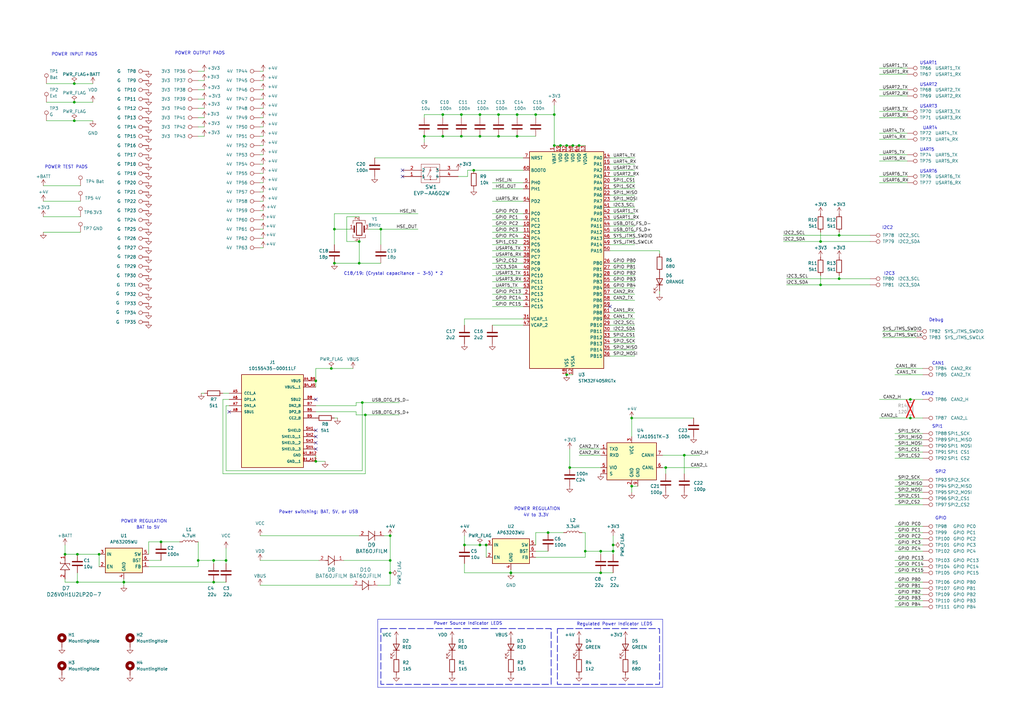
<source format=kicad_sch>
(kicad_sch (version 20231120) (generator "eeschema") (generator_version "8.0")
  (paper "A3")
  (junction (at 199.39 223.52))
  (junction (at 92.71 229.87))
  (junction (at 30.48 34.29))
  (junction (at 373.38 163.83))
  (junction (at 129.54 156.21))
  (junction (at 81.28 229.87))
  (junction (at 196.85 55.88))
  (junction (at 227.33 59.69))
  (junction (at 227.33 46.99))
  (junction (at 229.87 59.69))
  (junction (at 259.08 199.39))
  (junction (at 160.02 234.95))
  (junction (at 336.55 99.06))
  (junction (at 336.55 116.84))
  (junction (at 240.03 226.06))
  (junction (at 87.63 229.87))
  (junction (at 26.67 227.33))
  (junction (at 246.38 226.06))
  (junction (at 181.61 46.99))
  (junction (at 31.75 238.76))
  (junction (at 190.5 223.52))
  (junction (at 219.71 46.99))
  (junction (at 189.23 55.88))
  (junction (at 344.17 114.3))
  (junction (at 173.99 55.88))
  (junction (at 137.16 107.95))
  (junction (at 148.59 165.1))
  (junction (at 233.68 191.77))
  (junction (at 224.79 218.44))
  (junction (at 251.46 226.06))
  (junction (at 251.46 223.52))
  (junction (at 204.47 55.88))
  (junction (at 30.48 49.53))
  (junction (at 50.8 238.76))
  (junction (at 373.38 171.45))
  (junction (at 135.89 151.13))
  (junction (at 189.23 46.99))
  (junction (at 246.38 234.95))
  (junction (at 87.63 238.76))
  (junction (at 149.86 170.18))
  (junction (at 160.02 219.71))
  (junction (at 234.95 59.69))
  (junction (at 129.54 189.23))
  (junction (at 232.41 59.69))
  (junction (at 31.75 227.33))
  (junction (at 156.21 93.98))
  (junction (at 181.61 55.88))
  (junction (at 137.16 93.98))
  (junction (at 194.31 69.85))
  (junction (at 66.04 222.25))
  (junction (at 212.09 55.88))
  (junction (at 147.32 107.95))
  (junction (at 209.55 234.95))
  (junction (at 237.49 59.69))
  (junction (at 196.85 46.99))
  (junction (at 280.67 186.69))
  (junction (at 344.17 96.52))
  (junction (at 40.64 227.33))
  (junction (at 30.48 41.91))
  (junction (at 160.02 229.87))
  (junction (at 273.05 191.77))
  (junction (at 232.41 153.67))
  (junction (at 259.08 171.45))
  (junction (at 196.85 223.52))
  (junction (at 204.47 46.99))
  (junction (at 147.32 99.06))
  (junction (at 212.09 46.99))
  (no_connect (at 129.54 181.61))
  (no_connect (at 93.98 168.91))
  (no_connect (at 165.1 69.85))
  (no_connect (at 165.1 72.39))
  (no_connect (at 129.54 179.07))
  (no_connect (at 250.19 125.73))
  (no_connect (at 129.54 184.15))
  (no_connect (at 129.54 163.83))
  (no_connect (at 129.54 176.53))
  (wire (pts (xy 26.67 238.76) (xy 31.75 238.76)))
  (wire (pts (xy 31.75 238.76) (xy 50.8 238.76)))
  (wire (pts (xy 367.03 199.39) (xy 378.46 199.39)))
  (wire (pts (xy 251.46 226.06) (xy 251.46 227.33)))
  (wire (pts (xy 107.95 55.88) (xy 106.68 55.88)))
  (polyline (pts (xy 271.78 254) (xy 154.94 254)))
  (wire (pts (xy 234.95 59.69) (xy 232.41 59.69)))
  (wire (pts (xy 212.09 46.99) (xy 219.71 46.99)))
  (wire (pts (xy 17.78 82.55) (xy 33.02 82.55)))
  (wire (pts (xy 204.47 55.88) (xy 212.09 55.88)))
  (wire (pts (xy 30.48 34.29) (xy 38.1 34.29)))
  (wire (pts (xy 137.16 93.98) (xy 137.16 100.33)))
  (wire (pts (xy 250.19 133.35) (xy 260.35 133.35)))
  (wire (pts (xy 361.95 135.89) (xy 375.92 135.89)))
  (wire (pts (xy 107.95 44.45) (xy 106.68 44.45)))
  (wire (pts (xy 250.19 102.87) (xy 270.51 102.87)))
  (wire (pts (xy 360.68 45.72) (xy 372.11 45.72)))
  (wire (pts (xy 60.96 227.33) (xy 60.96 222.25)))
  (wire (pts (xy 250.19 90.17) (xy 260.35 90.17)))
  (wire (pts (xy 251.46 223.52) (xy 251.46 219.71)))
  (wire (pts (xy 259.08 171.45) (xy 259.08 179.07)))
  (wire (pts (xy 201.93 105.41) (xy 214.63 105.41)))
  (wire (pts (xy 156.21 93.98) (xy 156.21 100.33)))
  (wire (pts (xy 60.96 232.41) (xy 81.28 232.41)))
  (wire (pts (xy 19.05 34.29) (xy 30.48 34.29)))
  (wire (pts (xy 92.71 224.79) (xy 92.71 229.87)))
  (wire (pts (xy 237.49 59.69) (xy 240.03 59.69)))
  (wire (pts (xy 250.19 72.39) (xy 260.35 72.39)))
  (wire (pts (xy 238.76 218.44) (xy 240.03 218.44)))
  (wire (pts (xy 367.03 238.76) (xy 378.46 238.76)))
  (wire (pts (xy 137.16 107.95) (xy 147.32 107.95)))
  (wire (pts (xy 190.5 231.14) (xy 190.5 234.95)))
  (wire (pts (xy 30.48 41.91) (xy 38.1 41.91)))
  (wire (pts (xy 201.93 107.95) (xy 214.63 107.95)))
  (wire (pts (xy 156.21 93.98) (xy 151.13 93.98)))
  (wire (pts (xy 146.05 166.37) (xy 146.05 165.1)))
  (wire (pts (xy 153.67 64.77) (xy 214.63 64.77)))
  (wire (pts (xy 106.68 219.71) (xy 147.32 219.71)))
  (wire (pts (xy 233.68 191.77) (xy 246.38 191.77)))
  (wire (pts (xy 240.03 226.06) (xy 246.38 226.06)))
  (wire (pts (xy 360.68 27.94) (xy 372.11 27.94)))
  (wire (pts (xy 250.19 128.27) (xy 260.35 128.27)))
  (wire (pts (xy 83.82 55.88) (xy 81.28 55.88)))
  (wire (pts (xy 189.23 55.88) (xy 196.85 55.88)))
  (polyline (pts (xy 154.94 254) (xy 154.94 281.94)))
  (wire (pts (xy 367.03 232.41) (xy 378.46 232.41)))
  (wire (pts (xy 201.93 100.33) (xy 214.63 100.33)))
  (wire (pts (xy 107.95 74.93) (xy 106.68 74.93)))
  (wire (pts (xy 250.19 92.71) (xy 260.35 92.71)))
  (wire (pts (xy 250.19 135.89) (xy 260.35 135.89)))
  (wire (pts (xy 367.03 243.84) (xy 378.46 243.84)))
  (wire (pts (xy 233.68 184.15) (xy 233.68 191.77)))
  (wire (pts (xy 356.87 116.84) (xy 336.55 116.84)))
  (wire (pts (xy 160.02 234.95) (xy 160.02 229.87)))
  (wire (pts (xy 373.38 163.83) (xy 360.68 163.83)))
  (wire (pts (xy 107.95 101.6) (xy 106.68 101.6)))
  (wire (pts (xy 232.41 153.67) (xy 234.95 153.67)))
  (wire (pts (xy 250.19 138.43) (xy 260.35 138.43)))
  (wire (pts (xy 148.59 193.04) (xy 148.59 165.1)))
  (wire (pts (xy 92.71 193.04) (xy 148.59 193.04)))
  (wire (pts (xy 190.5 219.71) (xy 190.5 223.52)))
  (wire (pts (xy 160.02 234.95) (xy 160.02 240.03)))
  (wire (pts (xy 33.02 88.9) (xy 17.78 88.9)))
  (wire (pts (xy 201.93 82.55) (xy 214.63 82.55)))
  (wire (pts (xy 367.03 226.06) (xy 378.46 226.06)))
  (wire (pts (xy 204.47 46.99) (xy 204.47 48.26)))
  (wire (pts (xy 367.03 207.01) (xy 378.46 207.01)))
  (wire (pts (xy 201.93 125.73) (xy 214.63 125.73)))
  (wire (pts (xy 250.19 123.19) (xy 260.35 123.19)))
  (wire (pts (xy 81.28 40.64) (xy 83.82 40.64)))
  (wire (pts (xy 344.17 113.03) (xy 344.17 114.3)))
  (wire (pts (xy 147.32 107.95) (xy 156.21 107.95)))
  (wire (pts (xy 81.28 33.02) (xy 83.82 33.02)))
  (wire (pts (xy 250.19 95.25) (xy 260.35 95.25)))
  (wire (pts (xy 367.03 218.44) (xy 378.46 218.44)))
  (wire (pts (xy 336.55 99.06) (xy 321.31 99.06)))
  (wire (pts (xy 250.19 120.65) (xy 260.35 120.65)))
  (wire (pts (xy 251.46 226.06) (xy 251.46 223.52)))
  (wire (pts (xy 81.28 44.45) (xy 83.82 44.45)))
  (wire (pts (xy 173.99 48.26) (xy 173.99 46.99)))
  (wire (pts (xy 107.95 63.5) (xy 106.68 63.5)))
  (wire (pts (xy 240.03 228.6) (xy 240.03 226.06)))
  (wire (pts (xy 201.93 90.17) (xy 214.63 90.17)))
  (wire (pts (xy 83.82 52.07) (xy 81.28 52.07)))
  (wire (pts (xy 181.61 46.99) (xy 189.23 46.99)))
  (wire (pts (xy 360.68 74.93) (xy 372.11 74.93)))
  (wire (pts (xy 189.23 46.99) (xy 189.23 48.26)))
  (wire (pts (xy 378.46 151.13) (xy 367.03 151.13)))
  (wire (pts (xy 280.67 194.31) (xy 280.67 186.69)))
  (wire (pts (xy 107.95 67.31) (xy 106.68 67.31)))
  (wire (pts (xy 191.77 72.39) (xy 191.77 69.85)))
  (wire (pts (xy 270.51 102.87) (xy 270.51 104.14)))
  (wire (pts (xy 107.95 82.55) (xy 106.68 82.55)))
  (wire (pts (xy 201.93 97.79) (xy 214.63 97.79)))
  (wire (pts (xy 106.68 229.87) (xy 130.81 229.87)))
  (wire (pts (xy 60.96 222.25) (xy 66.04 222.25)))
  (wire (pts (xy 219.71 228.6) (xy 240.03 228.6)))
  (wire (pts (xy 91.44 163.83) (xy 91.44 194.31)))
  (wire (pts (xy 107.95 52.07) (xy 106.68 52.07)))
  (wire (pts (xy 173.99 55.88) (xy 181.61 55.88)))
  (wire (pts (xy 344.17 95.25) (xy 344.17 96.52)))
  (wire (pts (xy 219.71 218.44) (xy 219.71 223.52)))
  (wire (pts (xy 360.68 30.48) (xy 372.11 30.48)))
  (wire (pts (xy 367.03 223.52) (xy 378.46 223.52)))
  (wire (pts (xy 259.08 201.93) (xy 259.08 199.39)))
  (wire (pts (xy 156.21 93.98) (xy 171.45 93.98)))
  (wire (pts (xy 93.98 163.83) (xy 91.44 163.83)))
  (wire (pts (xy 378.46 163.83) (xy 373.38 163.83)))
  (wire (pts (xy 224.79 218.44) (xy 231.14 218.44)))
  (wire (pts (xy 201.93 110.49) (xy 214.63 110.49)))
  (wire (pts (xy 135.89 151.13) (xy 144.78 151.13)))
  (wire (pts (xy 107.95 33.02) (xy 106.68 33.02)))
  (wire (pts (xy 246.38 226.06) (xy 251.46 226.06)))
  (wire (pts (xy 227.33 43.18) (xy 227.33 46.99)))
  (wire (pts (xy 190.5 234.95) (xy 209.55 234.95)))
  (wire (pts (xy 209.55 234.95) (xy 246.38 234.95)))
  (wire (pts (xy 201.93 74.93) (xy 214.63 74.93)))
  (wire (pts (xy 250.19 69.85) (xy 260.35 69.85)))
  (wire (pts (xy 181.61 46.99) (xy 181.61 48.26)))
  (wire (pts (xy 129.54 151.13) (xy 129.54 156.21)))
  (polyline (pts (xy 154.94 281.94) (xy 271.78 281.94)))
  (wire (pts (xy 250.19 146.05) (xy 260.35 146.05)))
  (wire (pts (xy 149.86 170.18) (xy 149.86 194.31)))
  (wire (pts (xy 367.03 234.95) (xy 378.46 234.95)))
  (wire (pts (xy 367.03 229.87) (xy 378.46 229.87)))
  (wire (pts (xy 240.03 218.44) (xy 240.03 226.06)))
  (wire (pts (xy 250.19 100.33) (xy 260.35 100.33)))
  (wire (pts (xy 146.05 170.18) (xy 149.86 170.18)))
  (wire (pts (xy 129.54 166.37) (xy 146.05 166.37)))
  (wire (pts (xy 367.03 180.34) (xy 378.46 180.34)))
  (wire (pts (xy 201.93 133.35) (xy 214.63 133.35)))
  (wire (pts (xy 373.38 171.45) (xy 360.68 171.45)))
  (wire (pts (xy 250.19 97.79) (xy 260.35 97.79)))
  (wire (pts (xy 31.75 234.95) (xy 31.75 238.76)))
  (wire (pts (xy 367.03 215.9) (xy 378.46 215.9)))
  (wire (pts (xy 367.03 187.96) (xy 378.46 187.96)))
  (wire (pts (xy 250.19 115.57) (xy 260.35 115.57)))
  (wire (pts (xy 137.16 87.63) (xy 171.45 87.63)))
  (wire (pts (xy 229.87 59.69) (xy 232.41 59.69)))
  (polyline (pts (xy 271.78 281.94) (xy 271.78 254)))
  (wire (pts (xy 360.68 72.39) (xy 372.11 72.39)))
  (wire (pts (xy 140.97 229.87) (xy 160.02 229.87)))
  (wire (pts (xy 17.78 95.25) (xy 33.02 95.25)))
  (wire (pts (xy 107.95 86.36) (xy 106.68 86.36)))
  (wire (pts (xy 237.49 186.69) (xy 246.38 186.69)))
  (wire (pts (xy 107.95 48.26) (xy 106.68 48.26)))
  (wire (pts (xy 107.95 93.98) (xy 106.68 93.98)))
  (wire (pts (xy 149.86 170.18) (xy 163.83 170.18)))
  (wire (pts (xy 146.05 168.91) (xy 146.05 170.18)))
  (wire (pts (xy 50.8 238.76) (xy 50.8 240.03)))
  (wire (pts (xy 250.19 85.09) (xy 260.35 85.09)))
  (wire (pts (xy 187.96 72.39) (xy 191.77 72.39)))
  (wire (pts (xy 209.55 234.95) (xy 209.55 233.68)))
  (wire (pts (xy 237.49 59.69) (xy 234.95 59.69)))
  (wire (pts (xy 129.54 168.91) (xy 146.05 168.91)))
  (wire (pts (xy 17.78 76.2) (xy 33.02 76.2)))
  (wire (pts (xy 344.17 114.3) (xy 356.87 114.3)))
  (wire (pts (xy 147.32 99.06) (xy 147.32 107.95)))
  (wire (pts (xy 250.19 110.49) (xy 260.35 110.49)))
  (wire (pts (xy 273.05 191.77) (xy 287.02 191.77)))
  (wire (pts (xy 250.19 82.55) (xy 260.35 82.55)))
  (wire (pts (xy 212.09 55.88) (xy 219.71 55.88)))
  (wire (pts (xy 19.05 49.53) (xy 30.48 49.53)))
  (wire (pts (xy 30.48 49.53) (xy 38.1 49.53)))
  (wire (pts (xy 82.55 161.29) (xy 83.82 161.29)))
  (wire (pts (xy 271.78 191.77) (xy 273.05 191.77)))
  (wire (pts (xy 250.19 80.01) (xy 260.35 80.01)))
  (wire (pts (xy 367.03 248.92) (xy 378.46 248.92)))
  (wire (pts (xy 160.02 219.71) (xy 157.48 219.71)))
  (wire (pts (xy 87.63 229.87) (xy 92.71 229.87)))
  (wire (pts (xy 259.08 171.45) (xy 284.48 171.45)))
  (wire (pts (xy 227.33 46.99) (xy 227.33 59.69)))
  (wire (pts (xy 250.19 74.93) (xy 260.35 74.93)))
  (wire (pts (xy 367.03 196.85) (xy 378.46 196.85)))
  (wire (pts (xy 367.03 182.88) (xy 378.46 182.88)))
  (wire (pts (xy 271.78 186.69) (xy 280.67 186.69)))
  (wire (pts (xy 219.71 226.06) (xy 224.79 226.06)))
  (wire (pts (xy 50.8 238.76) (xy 50.8 237.49)))
  (wire (pts (xy 356.87 99.06) (xy 336.55 99.06)))
  (wire (pts (xy 146.05 165.1) (xy 148.59 165.1)))
  (wire (pts (xy 66.04 222.25) (xy 73.66 222.25)))
  (wire (pts (xy 129.54 151.13) (xy 135.89 151.13)))
  (wire (pts (xy 190.5 223.52) (xy 196.85 223.52)))
  (wire (pts (xy 148.59 165.1) (xy 163.83 165.1)))
  (wire (pts (xy 270.51 119.38) (xy 270.51 120.65)))
  (wire (pts (xy 201.93 118.11) (xy 214.63 118.11)))
  (wire (pts (xy 26.67 238.76) (xy 26.67 237.49)))
  (wire (pts (xy 367.03 246.38) (xy 378.46 246.38)))
  (wire (pts (xy 196.85 46.99) (xy 204.47 46.99)))
  (wire (pts (xy 142.24 88.9) (xy 142.24 99.06)))
  (wire (pts (xy 107.95 29.21) (xy 106.68 29.21)))
  (wire (pts (xy 196.85 55.88) (xy 204.47 55.88)))
  (wire (pts (xy 227.33 59.69) (xy 229.87 59.69)))
  (wire (pts (xy 92.71 166.37) (xy 92.71 193.04)))
  (wire (pts (xy 201.93 95.25) (xy 214.63 95.25)))
  (wire (pts (xy 147.32 99.06) (xy 142.24 99.06)))
  (wire (pts (xy 250.19 64.77) (xy 260.35 64.77)))
  (wire (pts (xy 196.85 223.52) (xy 199.39 223.52)))
  (wire (pts (xy 137.16 87.63) (xy 137.16 93.98)))
  (wire (pts (xy 273.05 191.77) (xy 273.05 194.31)))
  (wire (pts (xy 138.43 171.45) (xy 137.16 171.45)))
  (wire (pts (xy 81.28 232.41) (xy 81.28 229.87)))
  (wire (pts (xy 26.67 227.33) (xy 31.75 227.33)))
  (wire (pts (xy 378.46 171.45) (xy 373.38 171.45)))
  (wire (pts (xy 106.68 240.03) (xy 144.78 240.03)))
  (wire (pts (xy 367.03 177.8) (xy 378.46 177.8)))
  (wire (pts (xy 250.19 118.11) (xy 260.35 118.11)))
  (wire (pts (xy 173.99 46.99) (xy 181.61 46.99)))
  (wire (pts (xy 367.03 241.3) (xy 378.46 241.3)))
  (wire (pts (xy 280.67 186.69) (xy 287.02 186.69)))
  (wire (pts (xy 91.44 161.29) (xy 93.98 161.29)))
  (wire (pts (xy 107.95 59.69) (xy 106.68 59.69)))
  (wire (pts (xy 19.05 41.91) (xy 30.48 41.91)))
  (wire (pts (xy 246.38 234.95) (xy 251.46 234.95)))
  (wire (pts (xy 201.93 87.63) (xy 214.63 87.63)))
  (wire (pts (xy 336.55 116.84) (xy 322.58 116.84)))
  (wire (pts (xy 199.39 223.52) (xy 199.39 228.6)))
  (wire (pts (xy 360.68 63.5) (xy 372.11 63.5)))
  (wire (pts (xy 237.49 184.15) (xy 246.38 184.15)))
  (wire (pts (xy 173.99 58.42) (xy 173.99 55.88)))
  (wire (pts (xy 60.96 229.87) (xy 66.04 229.87)))
  (wire (pts (xy 107.95 36.83) (xy 106.68 36.83)))
  (wire (pts (xy 246.38 226.06) (xy 246.38 227.33)))
  (wire (pts (xy 250.19 107.95) (xy 260.35 107.95)))
  (wire (pts (xy 219.71 218.44) (xy 224.79 218.44)))
  (wire (pts (xy 361.95 138.43) (xy 375.92 138.43)))
  (wire (pts (xy 360.68 66.04) (xy 372.11 66.04)))
  (wire (pts (xy 81.28 229.87) (xy 87.63 229.87)))
  (wire (pts (xy 250.19 130.81) (xy 260.35 130.81)))
  (wire (pts (xy 336.55 113.03) (xy 336.55 116.84)))
  (wire (pts (xy 201.93 102.87) (xy 214.63 102.87)))
  (wire (pts (xy 93.98 166.37) (xy 92.71 166.37)))
  (wire (pts (xy 191.77 69.85) (xy 194.31 69.85)))
  (wire (pts (xy 367.03 201.93) (xy 378.46 201.93)))
  (wire (pts (xy 107.95 40.64) (xy 106.68 40.64)))
  (wire (pts (xy 129.54 156.21) (xy 129.54 158.75)))
  (wire (pts (xy 189.23 46.99) (xy 196.85 46.99)))
  (wire (pts (xy 181.61 55.88) (xy 189.23 55.88)))
  (wire (pts (xy 378.46 153.67) (xy 367.03 153.67)))
  (wire (pts (xy 219.71 46.99) (xy 227.33 46.99)))
  (wire (pts (xy 344.17 96.52) (xy 321.31 96.52)))
  (wire (pts (xy 201.93 113.03) (xy 214.63 113.03)))
  (wire (pts (xy 81.28 222.25) (xy 81.28 229.87)))
  (wire (pts (xy 91.44 194.31) (xy 149.86 194.31)))
  (wire (pts (xy 154.94 240.03) (xy 160.02 240.03)))
  (wire (pts (xy 40.64 227.33) (xy 40.64 232.41)))
  (wire (pts (xy 129.54 189.23) (xy 133.35 189.23)))
  (wire (pts (xy 250.19 140.97) (xy 260.35 140.97)))
  (wire (pts (xy 107.95 78.74) (xy 106.68 78.74)))
  (wire (pts (xy 344.17 96.52) (xy 356.87 96.52)))
  (wire (pts (xy 367.03 204.47) (xy 378.46 204.47)))
  (wire (pts (xy 250.19 77.47) (xy 260.35 77.47)))
  (wire (pts (xy 87.63 238.76) (xy 92.71 238.76)))
  (wire (pts (xy 147.32 88.9) (xy 142.24 88.9)))
  (wire (pts (xy 196.85 46.99) (xy 196.85 48.26)))
  (wire (pts (xy 259.08 199.39) (xy 261.62 199.39)))
  (wire (pts (xy 360.68 36.83) (xy 372.11 36.83)))
  (wire (pts (xy 344.17 114.3) (xy 322.58 114.3)))
  (wire (pts (xy 201.93 123.19) (xy 214.63 123.19)))
  (wire (pts (xy 81.28 48.26) (xy 83.82 48.26)))
  (wire (pts (xy 31.75 227.33) (xy 40.64 227.33)))
  (wire (pts (xy 360.68 48.26) (xy 372.11 48.26)))
  (wire (pts (xy 87.63 229.87) (xy 87.63 231.14)))
  (wire (pts (xy 107.95 97.79) (xy 106.68 97.79)))
  (wire (pts (xy 250.19 113.03) (xy 260.35 113.03)))
  (wire (pts (xy 26.67 223.52) (xy 26.67 227.33)))
  (wire (pts (xy 360.68 39.37) (xy 372.11 39.37)))
  (wire (pts (xy 129.54 186.69) (xy 129.54 189.23)))
  (wire (pts (xy 81.28 29.21) (xy 83.82 29.21)))
  (wire (pts (xy 194.31 69.85) (xy 214.63 69.85)))
  (wire (pts (xy 250.19 67.31) (xy 260.35 67.31)))
  (wire (pts (xy 107.95 71.12) (xy 106.68 71.12)))
  (wire (pts (xy 201.93 120.65) (xy 214.63 120.65)))
  (wire (pts (xy 336.55 95.25) (xy 336.55 99.06)))
  (wire (pts (xy 190.5 133.35) (xy 190.5 130.81)))
  (wire (pts (xy 81.28 36.83) (xy 83.82 36.83)))
  (wire (pts (xy 201.93 77.47) (xy 214.63 77.47)))
  (wire (pts (xy 360.68 57.15) (xy 372.11 57.15)))
  (wire (pts (xy 190.5 130.81) (xy 214.63 130.81)))
  (wire (pts (xy 201.93 115.57) (xy 214.63 115.57)))
  (wire (pts (xy 160.02 219.71) (xy 160.02 229.87)))
  (wire (pts (xy 250.19 87.63) (xy 260.35 87.63)))
  (wire (pts (xy 107.95 90.17) (xy 106.68 90.17)))
  (wire (pts (xy 209.55 234.95) (xy 209.55 236.22)))
  (wire (pts (xy 250.19 143.51) (xy 260.35 143.51)))
  (wire (pts (xy 204.47 46.99) (xy 212.09 46.99)))
  (wire (pts (xy 360.68 54.61) (xy 372.11 54.61)))
  (wire (pts (xy 367.03 185.42) (xy 378.46 185.42)))
  (wire (pts (xy 50.8 238.76) (xy 87.63 238.76)))
  (wire (pts (xy 219.71 48.26) (xy 219.71 46.99)))
  (wire (pts (xy 92.71 229.87) (xy 92.71 231.14)))
  (wire (pts (xy 201.93 92.71) (xy 214.63 92.71)))
  (wire (pts (xy 137.16 93.98) (xy 143.51 93.98)))
  (wire (pts (xy 367.03 220.98) (xy 378.46 220.98)))
  (wire (pts (xy 212.09 46.99) (xy 212.09 48.26)))
  (rectangle (start 228.6 257.81) (end 270.51 280.67) (stroke (width 0.25) (type dash)))
  (rectangle (start 156.21 257.81) (end 226.06 280.67) (stroke (width 0.25) (type dash)))
  (text "UART4" (at 378.46 53.34 0) (effects (font (size 1.27 1.27)) (justify left bottom)))
  (text "GPIO" (at 383.54 213.36 0) (effects (font (size 1.27 1.27)) (justify left bottom)))
  (text "4V to 3.3V" (at 214.63 212.09 0) (effects (font (size 1.27 1.27)) (justify left bottom)))
  (text "POWER OUTPUT PADS" (at 71.628 22.606 0) (effects (font (size 1.27 1.27)) (justify left bottom)))
  (text "Debug\n" (at 381 132.08 0) (effects (font (size 1.27 1.27)) (justify left bottom)))
  (text "Power switching: BAT, 5V, or USB" (at 114.3 210.82 0) (effects (font (size 1.27 1.27)) (justify left bottom)))
  (text "Power Source Indicator LEDS" (at 177.8 256.54 0) (effects (font (size 1.27 1.27)) (justify left bottom)))
  (text "CAN1" (at 387.35 149.86 0) (effects (font (size 1.27 1.27)) (justify right bottom)))
  (text "POWER REGULATION" (at 49.53 214.63 0) (effects (font (size 1.27 1.27)) (justify left bottom)))
  (text "BAT to 5V" (at 55.88 217.17 0) (effects (font (size 1.27 1.27)) (justify left bottom)))
  (text "UART5" (at 377.19 62.23 0) (effects (font (size 1.27 1.27)) (justify left bottom)))
  (text "I2C3\n" (at 367.03 113.03 0) (effects (font (size 1.27 1.27)) (justify right bottom)))
  (text "POWER REGULATION" (at 210.82 209.55 0) (effects (font (size 1.27 1.27)) (justify left bottom)))
  (text "POWER TEST PADS" (at 18.288 69.342 0) (effects (font (size 1.27 1.27)) (justify left bottom)))
  (text "USART2\n" (at 377.19 35.56 0) (effects (font (size 1.27 1.27)) (justify left bottom)))
  (text "SPI2\n" (at 383.54 194.31 0) (effects (font (size 1.27 1.27)) (justify left bottom)))
  (text "SPI1\n\n" (at 382.27 177.8 0) (effects (font (size 1.27 1.27)) (justify left bottom)))
  (text "USART3" (at 377.19 44.45 0) (effects (font (size 1.27 1.27)) (justify left bottom)))
  (text "POWER INPUT PADS" (at 21.082 23.114 0) (effects (font (size 1.27 1.27)) (justify left bottom)))
  (text "I2C2\n" (at 366.268 94.234 0) (effects (font (size 1.27 1.27)) (justify right bottom)))
  (text "USART6" (at 377.19 71.12 0) (effects (font (size 1.27 1.27)) (justify left bottom)))
  (text "C18/19: (Crystal capacitance - 3~5) * 2" (at 140.97 113.03 0) (effects (font (size 1.27 1.27)) (justify left bottom)))
  (text "USART1" (at 377.19 26.67 0) (effects (font (size 1.27 1.27)) (justify left bottom)))
  (text "CAN2" (at 383.032 162.306 0) (effects (font (size 1.27 1.27)) (justify right bottom)))
  (text "Regulated Power Indicator LEDS" (at 236.474 256.794 0) (effects (font (size 1.27 1.27)) (justify left bottom)))
  (label "I2C2_SDA" (at 251.46 135.89 0))
  (label "USART3_TX" (at 203.2 113.03 0))
  (label "USART2_RX" (at 361.95 39.37 0))
  (label "USB_OTG_FS_D-" (at 251.46 92.71 0))
  (label "SPI2_SCK" (at 251.46 140.97 0))
  (label "SPI1_CS1" (at 251.46 74.93 0))
  (label "GPIO PC14" (at 203.2 123.19 0))
  (label "GPIO PB2" (at 251.46 113.03 0))
  (label "UART4_TX" (at 251.46 64.77 0))
  (label "UART5_TX" (at 203.2 118.11 0))
  (label "SPI1_MISO" (at 368.3 180.34 0))
  (label "SPI1_SCK" (at 368.3 177.8 0))
  (label "USB_OTG_FS_D+" (at 251.46 95.25 0))
  (label "GPIO PB2" (at 368.3 243.84 0))
  (label "HSE_IN" (at 163.83 87.63 0))
  (label "SPI1_MOSI" (at 368.3 182.88 0))
  (label "GPIO PC13" (at 203.2 120.65 0))
  (label "GPIO PC13" (at 368.3 229.87 0))
  (label "USART6_TX" (at 361.95 72.39 0))
  (label "USART6_RX" (at 203.2 105.41 0))
  (label "HSE_OUT" (at 162.56 93.98 0))
  (label "USART6_TX" (at 203.2 102.87 0))
  (label "USART1_RX" (at 361.95 30.48 0))
  (label "CAN1_RX" (at 251.46 128.27 0))
  (label "GPIO PC4" (at 368.3 226.06 0))
  (label "CAN2_RX" (at 237.49 186.69 0))
  (label "I2C3_SDA" (at 331.47 116.84 180))
  (label "USART3_TX" (at 361.95 45.72 0))
  (label "CAN2_RX" (at 251.46 120.65 0))
  (label "GPIO PC3" (at 368.3 223.52 0))
  (label "USART1_RX" (at 251.46 90.17 0))
  (label "SPI1_CS2" (at 368.3 187.96 0))
  (label "SYS_JTMS_SWDIO" (at 251.46 97.79 0))
  (label "UART4_RX" (at 361.95 57.15 0))
  (label "I2C3_SDA" (at 203.2 110.49 0))
  (label "SPI1_CS1" (at 368.3 185.42 0))
  (label "I2C2_SDA" (at 330.2 99.06 180))
  (label "GPIO PB0" (at 368.3 238.76 0))
  (label "USB_OTG_FS_D-" (at 152.4 165.1 0))
  (label "CAN2_H" (at 369.57 163.83 180))
  (label "UART5_RX" (at 361.95 66.04 0))
  (label "I2C2_SCL" (at 251.46 133.35 0))
  (label "GPIO PB0" (at 251.46 107.95 0))
  (label "SPI2_SCK" (at 368.3 196.85 0))
  (label "SPI2_CS1" (at 251.46 138.43 0))
  (label "CAN2_L" (at 283.21 191.77 0))
  (label "GPIO PB4" (at 251.46 118.11 0))
  (label "SPI1_SCK" (at 251.46 77.47 0))
  (label "SPI2_MOSI" (at 251.46 146.05 0))
  (label "GPIO PC2" (at 203.2 92.71 0))
  (label "CAN1_RX" (at 375.92 151.13 180))
  (label "CAN1_TX" (at 251.46 130.81 0))
  (label "USART3_RX" (at 203.2 115.57 0))
  (label "GPIO PC1" (at 203.2 90.17 0))
  (label "SPI2_CS2" (at 368.3 207.01 0))
  (label "SYS_JTMS_SWDIO" (at 361.95 135.89 0))
  (label "SPI1_CS2" (at 203.2 100.33 0))
  (label "GPIO PC15" (at 368.3 234.95 0))
  (label "HSE_OUT" (at 203.2 77.47 0))
  (label "SYS_JTMS_SWCLK" (at 251.46 100.33 0))
  (label "SPI2_MISO" (at 251.46 143.51 0))
  (label "CAN2_L" (at 368.3 171.45 180))
  (label "UART5_TX" (at 361.95 63.5 0))
  (label "CAN2_TX" (at 251.46 123.19 0))
  (label "CAN1_TX" (at 375.92 153.67 180))
  (label "UART4_RX" (at 251.46 67.31 0))
  (label "GPIO PC0" (at 203.2 87.63 0))
  (label "USART2_TX" (at 251.46 69.85 0))
  (label "GPIO PB4" (at 368.3 248.92 0))
  (label "GPIO PC3" (at 203.2 95.25 0))
  (label "USART3_RX" (at 361.95 48.26 0))
  (label "SPI2_MOSI" (at 368.3 201.93 0))
  (label "GPIO PC4" (at 203.2 97.79 0))
  (label "GPIO PB1" (at 368.3 241.3 0))
  (label "USART6_RX" (at 361.95 74.93 0))
  (label "GPIO PB3" (at 368.3 246.38 0))
  (label "GPIO PC1" (at 368.3 218.44 0))
  (label "SPI2_MISO" (at 368.3 199.39 0))
  (label "USART2_RX" (at 251.46 72.39 0))
  (label "UART5_RX" (at 203.2 82.55 0))
  (label "UART4_TX" (at 361.95 54.61 0))
  (label "USART2_TX" (at 361.95 36.83 0))
  (label "USART1_TX" (at 361.95 27.94 0))
  (label "I2C2_SCL" (at 330.2 96.52 180))
  (label "GPIO PB1" (at 251.46 110.49 0))
  (label "GPIO PC14" (at 368.3 232.41 0))
  (label "SPI1_MISO" (at 251.46 80.01 0))
  (label "HSE_IN" (at 203.2 74.93 0))
  (label "USB_OTG_FS_D+" (at 152.4 170.18 0))
  (label "CAN2_TX" (at 237.49 184.15 0))
  (label "SPI1_MOSI" (at 251.46 82.55 0))
  (label "USART1_TX" (at 251.46 87.63 0))
  (label "I2C3_SCL" (at 251.46 85.09 0))
  (label "GPIO PB3" (at 251.46 115.57 0))
  (label "SPI2_CS1" (at 368.3 204.47 0))
  (label "SPI2_CS2" (at 203.2 107.95 0))
  (label "GPIO PC2" (at 368.3 220.98 0))
  (label "GPIO PC0" (at 368.3 215.9 0))
  (label "CAN2_H" (at 283.21 186.69 0))
  (label "GPIO PC15" (at 203.2 125.73 0))
  (label "I2C3_SCL" (at 331.47 114.3 180))
  (label "SYS_JTMS_SWCLK" (at 361.95 138.43 0))
  (symbol (lib_id "power:VCC") (at 92.71 224.79 0) (unit 1)
    (property "Reference" "#PWR03" (effects (hide yes)))
    (property "Value" "VCC" (at 92.71 219.71 0))
  )
  (symbol (lib_id "Device:L") (at 234.95 218.44 90) (unit 1)
    (property "Reference" "L2" (at 234.95 213.36 90))
    (property "Value" "3.3uH" (at 234.95 215.9 90))
    (property "Footprint" "ProjectLibrary:IND_DFE322520FD-4R7M=P2_MUR" (effects (hide yes)))
    (property "Manufactorer" "Murata" (effects (hide yes)))
    (property "Part Number" "DFE322512F-3R3M=P2" (effects (hide yes)))
  )
  (symbol (lib_id "Connector:TestPoint") (at 60.96 120.65 90) (mirror x) (unit 1) (in_bom no)
    (property "Reference" "TP32" (at 55.88 120.65 90) (effects (justify left)))
    (property "Value" "G" (at 49.022 120.396 90) (effects (justify left)))
    (property "Footprint" "ProjectLibrary:TestPoint_Pad_1.0x1.5mm" (effects (hide yes)))
    (property "Note" "DNP" (effects (hide yes)))
  )
  (symbol (lib_name "GND_1") (lib_id "power:GND") (at 194.31 77.47 0) (unit 1)
    (property "Reference" "#PWR037" (effects (hide yes)))
    (property "Value" "GND" (effects (hide yes)))
  )
  (symbol (lib_name "GND_1") (lib_id "power:GND") (at 138.43 171.45 0) (unit 1)
    (property "Reference" "#PWR071" (effects (hide yes)))
    (property "Value" "GND" (effects (hide yes)))
  )
  (symbol (lib_name "GND_1") (lib_id "power:GND") (at 60.96 55.88 0) (unit 1)
    (property "Reference" "#PWR090" (effects (hide yes)))
    (property "Value" "GND" (effects (hide yes)))
  )
  (symbol (lib_id "power:PWR_FLAG") (at 135.89 151.13 0) (unit 1)
    (property "Reference" "#FLG05" (effects (hide yes)))
    (property "Value" "PWR_FLAG" (at 135.89 147.32 0))
  )
  (symbol (lib_id "power:+4V") (at 107.95 90.17 0) (unit 1)
    (property "Reference" "#PWR031" (effects (hide yes)))
    (property "Value" "+4V" (at 110.998 88.9 0))
  )
  (symbol (lib_id "Device:R") (at 344.17 91.44 0) (mirror y) (unit 1)
    (property "Reference" "R12" (at 342.9 90.17 0) (effects (justify left)))
    (property "Value" "5k1" (at 342.9 92.71 0) (effects (justify left)))
    (property "Footprint" "Resistor_SMD:R_0402_1005Metric" (effects (hide yes)))
    (property "Manufactorer" "YAGEO" (effects (hide yes)))
    (property "Part Number" "RC0402FR-075K1L" (effects (hide yes)))
  )
  (symbol (lib_name "GND_1") (lib_id "power:GND") (at 60.96 82.55 0) (unit 1)
    (property "Reference" "#PWR085" (effects (hide yes)))
    (property "Value" "GND" (effects (hide yes)))
  )
  (symbol (lib_name "GND_1") (lib_id "power:GND") (at 270.51 120.65 0) (unit 1)
    (property "Reference" "#PWR061" (effects (hide yes)))
    (property "Value" "GND" (effects (hide yes)))
  )
  (symbol (lib_id "Device:R") (at 373.38 167.64 0) (mirror y) (unit 1) (dnp yes)
    (property "Reference" "R14" (at 372.11 166.37 0) (effects (justify left)))
    (property "Value" "120" (at 372.11 168.91 0) (effects (justify left)))
    (property "Footprint" "Resistor_SMD:R_0805_2012Metric" (effects (hide yes)))
    (property "Manufactorer" "YAGEO" (effects (hide yes)))
    (property "Part Number" "RT0805FRE07120RL " (effects (hide yes)))
  )
  (symbol (lib_id "Connector:TestPoint") (at 60.96 36.83 90) (mirror x) (unit 1) (in_bom no)
    (property "Reference" "TP10" (at 55.88 36.83 90) (effects (justify left)))
    (property "Value" "G" (at 49.53 36.83 90) (effects (justify left)))
    (property "Footprint" "ProjectLibrary:TestPoint_Pad_1.0x1.5mm" (effects (hide yes)))
    (property "Note" "DNP" (effects (hide yes)))
  )
  (symbol (lib_name "GND_1") (lib_id "power:GND") (at 60.96 86.36 0) (unit 1)
    (property "Reference" "#PWR058" (effects (hide yes)))
    (property "Value" "GND" (effects (hide yes)))
  )
  (symbol (lib_id "power:+4V") (at 107.95 33.02 0) (mirror y) (unit 1)
    (property "Reference" "#PWR042" (effects (hide yes)))
    (property "Value" "+4V" (at 111.76 31.75 0))
  )
  (symbol (lib_id "Connector:TestPoint") (at 106.68 67.31 90) (mirror x) (unit 1) (in_bom no)
    (property "Reference" "TP54" (at 101.6 67.31 90) (effects (justify left)))
    (property "Value" "4V" (at 95.25 67.31 90) (effects (justify left)))
    (property "Footprint" "ProjectLibrary:TestPoint_Pad_1.0x1.5mm" (effects (hide yes)))
    (property "Note" "DNP" (effects (hide yes)))
  )
  (symbol (lib_id "power:VDD") (at 185.42 261.62 0) (unit 1)
    (property "Reference" "#PWR018" (effects (hide yes)))
    (property "Value" "VDD" (at 181.61 260.35 0))
  )
  (symbol (lib_id "Device:LED") (at 162.56 265.43 270) (mirror x) (unit 1)
    (property "Reference" "D2" (at 166.37 262.89 90))
    (property "Value" "RED" (at 166.878 265.43 90))
    (property "Footprint" "LED_SMD:LED_0603_1608Metric" (effects (hide yes)))
    (property "Color" "Red" (effects (hide yes)))
    (property "Manufactorer" "Lite-On" (effects (hide yes)))
    (property "Part Number" "LTST-C191KRKT" (effects (hide yes)))
  )
  (symbol (lib_id "Connector:TestPoint") (at 372.11 54.61 270) (unit 1) (in_bom no)
    (property "Reference" "TP72" (at 377.19 54.61 90) (effects (justify left)))
    (property "Value" "UART4_TX" (at 383.54 54.61 90) (effects (justify left)))
    (property "Footprint" "ProjectLibrary:TestPoint_Pad_1.0x1.5mm" (effects (hide yes)))
    (property "Note" "DNP" (effects (hide yes)))
  )
  (symbol (lib_id "Connector:TestPoint") (at 356.87 99.06 270) (unit 1) (in_bom no)
    (property "Reference" "TP79" (at 361.95 99.06 90) (effects (justify left)))
    (property "Value" "I2C2_SDA" (at 368.3 99.06 90) (effects (justify left)))
    (property "Footprint" "ProjectLibrary:TestPoint_Pad_1.0x1.5mm" (effects (hide yes)))
    (property "Note" "DNP" (effects (hide yes)))
  )
  (symbol (lib_id "Connector:TestPoint") (at 106.68 101.6 90) (mirror x) (unit 1) (in_bom no)
    (property "Reference" "TP63" (at 101.6 101.6 90) (effects (justify left)))
    (property "Value" "4V" (at 95.25 101.6 90) (effects (justify left)))
    (property "Footprint" "ProjectLibrary:TestPoint_Pad_1.0x1.5mm" (effects (hide yes)))
    (property "Note" "DNP" (effects (hide yes)))
  )
  (symbol (lib_id "Device:C") (at 280.67 198.12 0) (unit 1)
    (property "Reference" "C22" (at 284.48 198.12 0) (effects (justify left)))
    (property "Value" "100p" (at 284.48 200.66 0) (effects (justify left)))
    (property "Footprint" "Capacitor_SMD:C_0402_1005Metric" (effects (hide yes)))
    (property "Manufactorer" "YAGEO" (effects (hide yes)))
    (property "Part Number" "CC0402FRNPO9BN101" (effects (hide yes)))
    (property "Voltage" "16" (effects (hide yes)))
    (property "Tolerance" "1%" (effects (hide yes)))
  )
  (symbol (lib_id "power:+4V") (at 17.78 82.55 0) (unit 1)
    (property "Reference" "#PWR04" (effects (hide yes)))
    (property "Value" "+4V" (at 17.78 78.74 0))
  )
  (symbol (lib_id "power:VCC") (at 162.56 261.62 0) (unit 1)
    (property "Reference" "#PWR010" (effects (hide yes)))
    (property "Value" "VCC" (at 158.75 260.35 0))
  )
  (symbol (lib_name "GND_1") (lib_id "power:GND") (at 232.41 153.67 0) (unit 1)
    (property "Reference" "#PWR034" (effects (hide yes)))
    (property "Value" "GND" (effects (hide yes)))
  )
  (symbol (lib_id "Connector:TestPoint") (at 60.96 55.88 90) (mirror x) (unit 1) (in_bom no)
    (property "Reference" "TP15" (at 55.88 55.88 90) (effects (justify left)))
    (property "Value" "G" (at 49.53 55.88 90) (effects (justify left)))
    (property "Footprint" "ProjectLibrary:TestPoint_Pad_1.0x1.5mm" (effects (hide yes)))
    (property "Note" "DNP" (effects (hide yes)))
  )
  (symbol (lib_id "Connector:TestPoint") (at 106.68 33.02 90) (mirror x) (unit 1) (in_bom no)
    (property "Reference" "TP45" (at 101.6 33.02 90) (effects (justify left)))
    (property "Value" "4V" (at 95.25 33.02 90) (effects (justify left)))
    (property "Footprint" "ProjectLibrary:TestPoint_Pad_1.0x1.5mm" (effects (hide yes)))
    (property "Note" "DNP" (effects (hide yes)))
  )
  (symbol (lib_id "Connector:TestPoint") (at 33.02 88.9 0) (mirror y) (unit 1) (in_bom no)
    (property "Reference" "TP6" (at 38.1 87.122 0) (effects (justify left)))
    (property "Value" "3V3" (at 41.91 87.122 0) (effects (justify left)))
    (property "Footprint" "TestPoint:TestPoint_Pad_2.0x2.0mm" (effects (hide yes)))
    (property "Note" "DNP" (effects (hide yes)))
  )
  (symbol (lib_name "GND_1") (lib_id "power:GND") (at 60.96 59.69 0) (unit 1)
    (property "Reference" "#PWR091" (effects (hide yes)))
    (property "Value" "GND" (effects (hide yes)))
  )
  (symbol (lib_id "power:+4V") (at 107.95 71.12 0) (mirror y) (unit 1)
    (property "Reference" "#PWR057" (effects (hide yes)))
    (property "Value" "+4V" (at 111.76 69.85 0))
  )
  (symbol (lib_name "GND_1") (lib_id "power:GND") (at 60.96 71.12 0) (unit 1)
    (property "Reference" "#PWR078" (effects (hide yes)))
    (property "Value" "GND" (effects (hide yes)))
  )
  (symbol (lib_name "GND_1") (lib_id "power:GND") (at 256.54 276.86 0) (unit 1)
    (property "Reference" "#PWR027" (effects (hide yes)))
    (property "Value" "GND" (effects (hide yes)))
  )
  (symbol (lib_name "GND_1") (lib_id "power:GND") (at 60.96 52.07 0) (unit 1)
    (property "Reference" "#PWR097" (effects (hide yes)))
    (property "Value" "GND" (effects (hide yes)))
  )
  (symbol (lib_id "Connector:TestPoint") (at 60.96 67.31 90) (mirror x) (unit 1) (in_bom no)
    (property "Reference" "TP18" (at 55.88 67.31 90) (effects (justify left)))
    (property "Value" "G" (at 49.53 67.31 90) (effects (justify left)))
    (property "Footprint" "ProjectLibrary:TestPoint_Pad_1.0x1.5mm" (effects (hide yes)))
    (property "Note" "DNP" (effects (hide yes)))
  )
  (symbol (lib_name "GND_1") (lib_id "power:GND") (at 60.96 120.65 0) (mirror y) (unit 1)
    (property "Reference" "#PWR053" (effects (hide yes)))
    (property "Value" "GND" (effects (hide yes)))
  )
  (symbol (lib_name "GND_1") (lib_id "power:GND") (at 190.5 140.97 0) (unit 1)
    (property "Reference" "#PWR033" (effects (hide yes)))
    (property "Value" "GND" (effects (hide yes)))
  )
  (symbol (lib_name "GND_1") (lib_id "power:GND") (at 60.96 67.31 0) (unit 1)
    (property "Reference" "#PWR093" (effects (hide yes)))
    (property "Value" "GND" (effects (hide yes)))
  )
  (symbol (lib_id "Connector:TestPoint") (at 372.11 39.37 270) (unit 1) (in_bom no)
    (property "Reference" "TP69" (at 377.19 39.37 90) (effects (justify left)))
    (property "Value" "USART2_RX" (at 383.54 39.37 90) (effects (justify left)))
    (property "Footprint" "ProjectLibrary:TestPoint_Pad_1.0x1.5mm" (effects (hide yes)))
    (property "Note" "DNP" (effects (hide yes)))
  )
  (symbol (lib_name "GND_1") (lib_id "power:GND") (at 82.55 161.29 0) (mirror y) (unit 1)
    (property "Reference" "#PWR088" (effects (hide yes)))
    (property "Value" "GND" (effects (hide yes)))
  )
  (symbol (lib_name "GND_1") (lib_id "power:GND") (at 60.96 74.93 0) (unit 1)
    (property "Reference" "#PWR083" (effects (hide yes)))
    (property "Value" "GND" (effects (hide yes)))
  )
  (symbol (lib_id "Connector:TestPoint") (at 60.96 40.64 90) (mirror x) (unit 1) (in_bom no)
    (property "Reference" "TP11" (at 55.88 40.64 90) (effects (justify left)))
    (property "Value" "G" (at 49.53 40.64 90) (effects (justify left)))
    (property "Footprint" "ProjectLibrary:TestPoint_Pad_1.0x1.5mm" (effects (hide yes)))
    (property "Note" "DNP" (effects (hide yes)))
  )
  (symbol (lib_id "Mechanical:MountingHole_Pad") (at 53.34 262.89 0) (unit 1) (exclude_from_sim yes) (in_bom no)
    (property "Reference" "H2" (at 55.88 260.3499 0) (effects (justify left)))
    (property "Value" "MountingHole" (at 55.88 262.8899 0) (effects (justify left)))
    (property "Footprint" "ProjectLibrary:MountingHole_4.3mm_M4_Pad_Via_Custom" (effects (hide yes)))
    (property "Description" "Mounting Hole with connection" (effects (hide yes)))
    (property "Note" "DNP" (effects (hide yes)))
  )
  (symbol (lib_id "Device:C") (at 204.47 52.07 0) (unit 1)
    (property "Reference" "C13" (at 203.2 41.91 0) (effects (justify left)))
    (property "Value" "100n" (at 203.2 44.45 0) (effects (justify left)))
    (property "Footprint" "Capacitor_SMD:C_0402_1005Metric" (effects (hide yes)))
    (property "Voltage" "16" (effects (hide yes)))
    (property "Manufactorer" "YAGEO" (effects (hide yes)))
    (property "Part Number" "CC0402KRX5R7BB104" (effects (hide yes)))
  )
  (symbol (lib_id "power:VBUS") (at 209.55 261.62 0) (unit 1)
    (property "Reference" "#PWR020" (effects (hide yes)))
    (property "Value" "VBUS" (at 205.74 260.35 0))
  )
  (symbol (lib_id "power:VDD") (at 38.1 41.91 0) (unit 1)
    (property "Reference" "#PWR013" (effects (hide yes)))
    (property "Value" "VDD" (at 38.1 36.83 0))
  )
  (symbol (lib_name "GND_1") (lib_id "power:GND") (at 60.96 101.6 0) (mirror y) (unit 1)
    (property "Reference" "#PWR073" (effects (hide yes)))
    (property "Value" "GND" (effects (hide yes)))
  )
  (symbol (lib_id "power:+3V3") (at 83.82 44.45 0) (mirror y) (unit 1)
    (property "Reference" "#PWR0106" (effects (hide yes)))
    (property "Value" "+3V3" (at 87.63 42.672 0))
  )
  (symbol (lib_id "Connector:TestPoint") (at 378.46 229.87 270) (unit 1) (in_bom no)
    (property "Reference" "TP103" (at 383.54 229.87 90) (effects (justify left)))
    (property "Value" "GPIO PC13" (at 390.906 229.87 90) (effects (justify left)))
    (property "Footprint" "ProjectLibrary:TestPoint_Pad_1.0x1.5mm" (effects (hide yes)))
    (property "Note" "DNP" (effects (hide yes)))
  )
  (symbol (lib_id "power:PWR_FLAG") (at 30.48 41.91 0) (unit 1)
    (property "Reference" "#FLG03" (effects (hide yes)))
    (property "Value" "PWR_FLAG" (at 30.48 38.1 0))
  )
  (symbol (lib_id "power:+BATT") (at 26.67 223.52 0) (unit 1)
    (property "Reference" "#PWR01" (effects (hide yes)))
    (property "Value" "+BATT" (at 26.67 219.71 0))
  )
  (symbol (lib_id "Connector:TestPoint") (at 378.46 187.96 270) (unit 1) (in_bom no)
    (property "Reference" "TP92" (at 383.54 187.96 90) (effects (justify left)))
    (property "Value" "SPI1 CS2" (at 388.62 187.96 90) (effects (justify left)))
    (property "Footprint" "ProjectLibrary:TestPoint_Pad_1.0x1.5mm" (effects (hide yes)))
    (property "Note" "DNP" (effects (hide yes)))
  )
  (symbol (lib_id "Device:R") (at 256.54 273.05 0) (unit 1)
    (property "Reference" "R5" (at 259.08 271.7799 0) (effects (justify left)))
    (property "Value" "680" (at 259.08 274.3199 0) (effects (justify left)))
    (property "Footprint" "Resistor_SMD:R_0402_1005Metric" (effects (hide yes)))
    (property "Manufactorer" "YAGEO" (effects (hide yes)))
    (property "Part Number" "RC0402FR-07680RL" (effects (hide yes)))
  )
  (symbol (lib_id "Device:C") (at 66.04 226.06 0) (unit 1)
    (property "Reference" "C2" (at 68.58 224.79 0) (effects (justify left)))
    (property "Value" "100n" (at 68.58 227.33 0) (effects (justify left)))
    (property "Footprint" "Capacitor_SMD:C_0402_1005Metric" (effects (hide yes)))
    (property "Voltage" "16" (effects (hide yes)))
    (property "Manufactorer" "YAGEO" (effects (hide yes)))
    (property "Part Number" "CC0402KRX5R7BB104" (effects (hide yes)))
  )
  (symbol (lib_id "power:+3V3") (at 233.68 184.15 0) (unit 1)
    (property "Reference" "#PWR0100" (effects (hide yes)))
    (property "Value" "+3V3" (at 233.68 180.34 0))
  )
  (symbol (lib_id "power:+3V3") (at 83.82 33.02 0) (mirror y) (unit 1)
    (property "Reference" "#PWR052" (effects (hide yes)))
    (property "Value" "+3V3" (at 87.376 31.496 0))
  )
  (symbol (lib_id "Connector:TestPoint") (at 60.96 109.22 90) (mirror x) (unit 1) (in_bom no)
    (property "Reference" "TP29" (at 55.88 109.22 90) (effects (justify left)))
    (property "Value" "G" (at 49.276 109.22 90) (effects (justify left)))
    (property "Footprint" "ProjectLibrary:TestPoint_Pad_1.0x1.5mm" (effects (hide yes)))
    (property "Note" "DNP" (effects (hide yes)))
  )
  (symbol (lib_id "power:VCC") (at 106.68 219.71 0) (unit 1)
    (property "Reference" "#PWR07" (effects (hide yes)))
    (property "Value" "VCC" (at 106.68 214.63 0))
  )
  (symbol (lib_id "Device:LED") (at 256.54 265.43 270) (mirror x) (unit 1)
    (property "Reference" "D5" (at 259.08 262.89 90) (effects (justify left)))
    (property "Value" "GREEN" (at 259.08 265.43 90) (effects (justify left)))
    (property "Footprint" "LED_SMD:LED_0603_1608Metric" (effects (hide yes)))
    (property "Color" "Green" (effects (hide yes)))
    (property "Manufactorer" "Lite-On" (effects (hide yes)))
    (property "Part Number" "LTST-C191GKT" (effects (hide yes)))
  )
  (symbol (lib_id "Connector:TestPoint") (at 378.46 182.88 270) (unit 1) (in_bom no)
    (property "Reference" "TP90" (at 383.54 182.88 90) (effects (justify left)))
    (property "Value" "SPI1 MOSI" (at 388.62 182.88 90) (effects (justify left)))
    (property "Footprint" "ProjectLibrary:TestPoint_Pad_1.0x1.5mm" (effects (hide yes)))
    (property "Note" "DNP" (effects (hide yes)))
  )
  (symbol (lib_id "power:+4V") (at 107.95 93.98 0) (unit 1)
    (property "Reference" "#PWR023" (effects (hide yes)))
    (property "Value" "+4V" (at 110.998 92.71 0))
  )
  (symbol (lib_id "Connector:TestPoint") (at 106.68 40.64 90) (mirror x) (unit 1) (in_bom no)
    (property "Reference" "TP47" (at 101.6 40.64 90) (effects (justify left)))
    (property "Value" "4V" (at 95.25 40.64 90) (effects (justify left)))
    (property "Footprint" "ProjectLibrary:TestPoint_Pad_1.0x1.5mm" (effects (hide yes)))
    (property "Note" "DNP" (effects (hide yes)))
  )
  (symbol (lib_id "Connector:TestPoint") (at 378.46 215.9 270) (unit 1) (in_bom no)
    (property "Reference" "TP98" (at 383.54 215.9 90) (effects (justify left)))
    (property "Value" "GPIO PC0" (at 390.906 215.9 90) (effects (justify left)))
    (property "Footprint" "ProjectLibrary:TestPoint_Pad_1.0x1.5mm" (effects (hide yes)))
    (property "Note" "DNP" (effects (hide yes)))
  )
  (symbol (lib_id "Connector:TestPoint") (at 378.46 196.85 270) (unit 1) (in_bom no)
    (property "Reference" "TP93" (at 383.54 196.85 90) (effects (justify left)))
    (property "Value" "SPI2_SCK" (at 388.62 196.85 90) (effects (justify left)))
    (property "Footprint" "ProjectLibrary:TestPoint_Pad_1.0x1.5mm" (effects (hide yes)))
    (property "Note" "DNP" (effects (hide yes)))
  )
  (symbol (lib_id "power:PWR_FLAG") (at 160.02 234.95 270) (unit 1)
    (property "Reference" "#FLG01" (effects (hide yes)))
    (property "Value" "PWR_FLAG" (at 163.83 234.95 0))
  )
  (symbol (lib_id "Connector:TestPoint") (at 81.28 33.02 90) (mirror x) (unit 1) (in_bom no)
    (property "Reference" "TP37" (at 76.2 33.02 90) (effects (justify left)))
    (property "Value" "3V3" (at 69.85 33.02 90) (effects (justify left)))
    (property "Footprint" "ProjectLibrary:TestPoint_Pad_1.0x1.5mm" (effects (hide yes)))
    (property "Note" "DNP" (effects (hide yes)))
  )
  (symbol (lib_id "Connector:TestPoint") (at 372.11 27.94 270) (unit 1) (in_bom no)
    (property "Reference" "TP66" (at 377.19 27.94 90) (effects (justify left)))
    (property "Value" "USART1_TX" (at 383.54 27.94 90) (effects (justify left)))
    (property "Footprint" "ProjectLibrary:TestPoint_Pad_1.0x1.5mm" (effects (hide yes)))
    (property "Note" "DNP" (effects (hide yes)))
  )
  (symbol (lib_id "Connector:TestPoint") (at 356.87 96.52 270) (unit 1) (in_bom no)
    (property "Reference" "TP78" (at 361.95 96.52 90) (effects (justify left)))
    (property "Value" "I2C2_SCL" (at 368.3 96.52 90) (effects (justify left)))
    (property "Footprint" "ProjectLibrary:TestPoint_Pad_1.0x1.5mm" (effects (hide yes)))
    (property "Note" "DNP" (effects (hide yes)))
  )
  (symbol (lib_id "Device:C") (at 233.68 195.58 180) (unit 1)
    (property "Reference" "C24" (at 240.03 196.85 0) (effects (justify left)))
    (property "Value" "100n" (at 241.3 194.31 0) (effects (justify left)))
    (property "Footprint" "Capacitor_SMD:C_0402_1005Metric" (effects (hide yes)))
    (property "Manufactorer" "YAGEO" (effects (hide yes)))
    (property "Part Number" "CC0402KRX5R7BB104" (effects (hide yes)))
    (property "Voltage" "16" (effects (hide yes)))
  )
  (symbol (lib_id "Connector:TestPoint") (at 81.28 44.45 90) (mirror x) (unit 1) (in_bom no)
    (property "Reference" "TP40" (at 76.2 44.45 90) (effects (justify left)))
    (property "Value" "3V3" (at 69.85 44.45 90) (effects (justify left)))
    (property "Footprint" "ProjectLibrary:TestPoint_Pad_1.0x1.5mm" (effects (hide yes)))
    (property "Note" "DNP" (effects (hide yes)))
  )
  (symbol (lib_id "power:+3V3") (at 256.54 261.62 0) (unit 1)
    (property "Reference" "#PWR026" (effects (hide yes)))
    (property "Value" "+3V3" (at 252.73 260.35 0))
  )
  (symbol (lib_id "Connector:TestPoint") (at 81.28 52.07 90) (mirror x) (unit 1) (in_bom no)
    (property "Reference" "TP42" (at 76.2 52.07 90) (effects (justify left)))
    (property "Value" "3V3" (at 69.85 52.07 90) (effects (justify left)))
    (property "Footprint" "ProjectLibrary:TestPoint_Pad_1.0x1.5mm" (effects (hide yes)))
    (property "Note" "DNP" (effects (hide yes)))
  )
  (symbol (lib_id "Device:R") (at 185.42 273.05 0) (unit 1)
    (property "Reference" "R1" (at 187.96 271.7799 0) (effects (justify left)))
    (property "Value" "1k5" (at 187.96 274.3199 0) (effects (justify left)))
    (property "Footprint" "Resistor_SMD:R_0402_1005Metric" (effects (hide yes)))
    (property "Manufactorer" "YAGEO" (effects (hide yes)))
    (property "Part Number" "RC0402FR-071K5L" (effects (hide yes)))
  )
  (symbol (lib_id "power:+3V3") (at 83.82 48.26 0) (mirror y) (unit 1)
    (property "Reference" "#PWR076" (effects (hide yes)))
    (property "Value" "+3V3" (at 87.376 46.736 0))
  )
  (symbol (lib_id "Device:C") (at 190.5 137.16 0) (unit 1)
    (property "Reference" "C17" (at 182.88 135.89 0) (effects (justify left)))
    (property "Value" "2u2" (at 182.88 138.43 0) (effects (justify left)))
    (property "Footprint" "Capacitor_SMD:C_0402_1005Metric" (effects (hide yes)))
    (property "Voltage" "16" (effects (hide yes)))
    (property "Manufactorer" "Murata" (effects (hide yes)))
    (property "Part Number" "GRM155R61C225KE11D" (effects (hide yes)))
  )
  (symbol (lib_id "Device:C") (at 196.85 52.07 0) (unit 1)
    (property "Reference" "C12" (at 195.58 41.91 0) (effects (justify left)))
    (property "Value" "100n" (at 195.58 44.45 0) (effects (justify left)))
    (property "Footprint" "Capacitor_SMD:C_0402_1005Metric" (effects (hide yes)))
    (property "Voltage" "16" (effects (hide yes)))
    (property "Manufactorer" "YAGEO" (effects (hide yes)))
    (property "Part Number" "CC0402KRX5R7BB104" (effects (hide yes)))
  )
  (symbol (lib_id "Project:D26V0H1U2LP20-7") (at 26.67 237.49 90) (unit 1)
    (property "Reference" "D7" (at 25.4 241.3 90) (effects (font (size 1.524 1.524)) (justify right)))
    (property "Value" "D26V0H1U2LP20-7" (at 19.05 243.84 90) (effects (font (size 1.524 1.524)) (justify right)))
    (property "Footprint" "ProjectLibrary:U-DFN2020-2_DIO" (effects (hide yes)))
    (property "Datasheet" "D26V0H1U2LP20-7" (effects (hide yes)))
    (property "Manufactorer" "Diodes" (effects (hide yes)))
    (property "Part Number" "D26V0H1U2LP20-7" (effects (hide yes)))
  )
  (symbol (lib_id "Device:C") (at 190.5 227.33 0) (unit 1)
    (property "Reference" "C5" (at 193.04 226.06 0) (effects (justify left)))
    (property "Value" "10u" (at 193.04 228.6 0) (effects (justify left)))
    (property "Footprint" "Capacitor_SMD:C_0805_2012Metric" (effects (hide yes)))
    (property "Voltage" "50" (effects (hide yes)))
    (property "Manufactorer" "Murata" (effects (hide yes)))
    (property "Part Number" "GRM21BR61H106KE43L" (effects (hide yes)))
  )
  (symbol (lib_id "power:+4V") (at 107.95 55.88 0) (mirror y) (unit 1)
    (property "Reference" "#PWR069" (effects (hide yes)))
    (property "Value" "+4V" (at 111.76 54.61 0))
  )
  (symbol (lib_id "power:+4V") (at 107.95 97.79 0) (unit 1)
    (property "Reference" "#PWR022" (effects (hide yes)))
    (property "Value" "+4V" (at 110.998 96.266 0))
  )
  (symbol (lib_id "power:+3V3") (at 336.55 105.41 0) (mirror y) (unit 1)
    (property "Reference" "#PWR070" (effects (hide yes)))
    (property "Value" "+3V3" (at 336.55 101.6 0))
  )
  (symbol (lib_name "GND_1") (lib_id "power:GND") (at 173.99 58.42 0) (unit 1)
    (property "Reference" "#PWR028" (effects (hide yes)))
    (property "Value" "GND" (effects (hide yes)))
  )
  (symbol (lib_id "Connector:TestPoint") (at 378.46 223.52 270) (unit 1) (in_bom no)
    (property "Reference" "TP101" (at 383.54 223.52 90) (effects (justify left)))
    (property "Value" "GPIO PC3" (at 390.906 223.52 90) (effects (justify left)))
    (property "Footprint" "ProjectLibrary:TestPoint_Pad_1.0x1.5mm" (effects (hide yes)))
    (property "Note" "DNP" (effects (hide yes)))
  )
  (symbol (lib_id "power:+4V") (at 107.95 29.21 0) (mirror y) (unit 1)
    (property "Reference" "#PWR080" (effects (hide yes)))
    (property "Value" "+4V" (at 111.76 27.94 0))
  )
  (symbol (lib_id "Connector:TestPoint") (at 106.68 63.5 90) (mirror x) (unit 1) (in_bom no)
    (property "Reference" "TP53" (at 101.6 63.5 90) (effects (justify left)))
    (property "Value" "4V" (at 95.25 63.5 90) (effects (justify left)))
    (property "Footprint" "ProjectLibrary:TestPoint_Pad_1.0x1.5mm" (effects (hide yes)))
    (property "Note" "DNP" (effects (hide yes)))
  )
  (symbol (lib_id "Connector:TestPoint") (at 372.11 57.15 270) (unit 1) (in_bom no)
    (property "Reference" "TP73" (at 377.19 57.15 90) (effects (justify left)))
    (property "Value" "UART4_RX" (at 383.54 57.15 90) (effects (justify left)))
    (property "Footprint" "ProjectLibrary:TestPoint_Pad_1.0x1.5mm" (effects (hide yes)))
    (property "Note" "DNP" (effects (hide yes)))
  )
  (symbol (lib_id "Connector:TestPoint") (at 60.96 116.84 90) (mirror x) (unit 1) (in_bom no)
    (property "Reference" "TP31" (at 55.88 116.84 90) (effects (justify left)))
    (property "Value" "G" (at 49.276 116.84 90) (effects (justify left)))
    (property "Footprint" "ProjectLibrary:TestPoint_Pad_1.0x1.5mm" (effects (hide yes)))
    (property "Note" "DNP" (effects (hide yes)))
  )
  (symbol (lib_id "power:+4V") (at 107.95 63.5 0) (mirror y) (unit 1)
    (property "Reference" "#PWR077" (effects (hide yes)))
    (property "Value" "+4V" (at 111.76 62.23 0))
  )
  (symbol (lib_id "Connector:TestPoint") (at 106.68 74.93 90) (mirror x) (unit 1) (in_bom no)
    (property "Reference" "TP56" (at 101.6 74.93 90) (effects (justify left)))
    (property "Value" "4V" (at 95.25 74.93 90) (effects (justify left)))
    (property "Footprint" "ProjectLibrary:TestPoint_Pad_1.0x1.5mm" (effects (hide yes)))
    (property "Note" "DNP" (effects (hide yes)))
  )
  (symbol (lib_id "Connector:TestPoint") (at 81.28 36.83 90) (mirror x) (unit 1) (in_bom no)
    (property "Reference" "TP38" (at 76.2 36.83 90) (effects (justify left)))
    (property "Value" "3V3" (at 69.85 36.83 90) (effects (justify left)))
    (property "Footprint" "ProjectLibrary:TestPoint_Pad_1.0x1.5mm" (effects (hide yes)))
    (property "Note" "DNP" (effects (hide yes)))
  )
  (symbol (lib_id "Connector:TestPoint") (at 106.68 52.07 90) (mirror x) (unit 1) (in_bom no)
    (property "Reference" "TP50" (at 101.6 52.07 90) (effects (justify left)))
    (property "Value" "4V" (at 95.25 52.07 90) (effects (justify left)))
    (property "Footprint" "ProjectLibrary:TestPoint_Pad_1.0x1.5mm" (effects (hide yes)))
    (property "Note" "DNP" (effects (hide yes)))
  )
  (symbol (lib_id "Connector:TestPoint") (at 60.96 71.12 90) (mirror x) (unit 1) (in_bom no)
    (property "Reference" "TP19" (at 55.88 71.12 90) (effects (justify left)))
    (property "Value" "G" (at 49.53 71.12 90) (effects (justify left)))
    (property "Footprint" "ProjectLibrary:TestPoint_Pad_1.0x1.5mm" (effects (hide yes)))
    (property "Note" "DNP" (effects (hide yes)))
  )
  (symbol (lib_id "power:PWR_FLAG") (at 196.85 223.52 0) (unit 1)
    (property "Reference" "#FLG09" (effects (hide yes)))
    (property "Value" "PWR_FLAG" (at 196.85 219.71 0))
  )
  (symbol (lib_id "power:VBUS") (at 144.78 151.13 0) (unit 1)
    (property "Reference" "#PWR086" (effects (hide yes)))
    (property "Value" "VBUS" (at 144.78 147.32 0))
  )
  (symbol (lib_name "GND_1") (lib_id "power:GND") (at 60.96 40.64 0) (unit 1)
    (property "Reference" "#PWR089" (effects (hide yes)))
    (property "Value" "GND" (effects (hide yes)))
  )
  (symbol (lib_id "power:+3V3") (at 251.46 219.71 0) (unit 1)
    (property "Reference" "#PWR098" (effects (hide yes)))
    (property "Value" "+3V3" (at 251.46 215.9 0))
  )
  (symbol (lib_id "Device:C") (at 31.75 231.14 0) (unit 1)
    (property "Reference" "C1" (at 34.29 229.87 0) (effects (justify left)))
    (property "Value" "10u" (at 34.29 232.41 0) (effects (justify left)))
    (property "Footprint" "Capacitor_SMD:C_0805_2012Metric" (effects (hide yes)))
    (property "Voltage" "50" (effects (hide yes)))
    (property "Manufactorer" "Murata" (effects (hide yes)))
    (property "Part Number" "GRM21BR61H106KE43L" (effects (hide yes)))
  )
  (symbol (lib_name "GND_1") (lib_id "power:GND") (at 53.34 276.86 0) (unit 1)
    (property "Reference" "#PWR074" (effects (hide yes)))
    (property "Value" "GND" (effects (hide yes)))
  )
  (symbol (lib_id "Regulator_Switching:AP63205WU") (at 50.8 229.87 0) (unit 1)
    (property "Reference" "U1" (at 50.8 219.71 0))
    (property "Value" "AP63205WU" (at 50.8 222.25 0))
    (property "Footprint" "Package_TO_SOT_SMD:TSOT-23-6" (effects (hide yes)))
    (property "Datasheet" "https://www.diodes.com/assets/Datasheets/AP63200-AP63201-AP63203-AP63205.pdf" (effects (hide yes)))
    (property "Manufactorer" "Diodes" (effects (hide yes)))
    (property "Part Number" "AP63205WU-7" (effects (hide yes)))
  )
  (symbol (lib_id "Interface_CAN_LIN:TJA1051TK-3") (at 259.08 189.23 0) (unit 1)
    (property "Reference" "U4" (at 261.2741 176.53 0) (effects (justify left)))
    (property "Value" "TJA1051TK-3" (at 261.2741 179.07 0) (effects (justify left)))
    (property "Footprint" "Package_DFN_QFN:DFN-8-1EP_3x3mm_P0.65mm_EP1.55x2.4mm" (effects (hide yes)))
    (property "Datasheet" "http://www.nxp.com/docs/en/data-sheet/TJA1051.pdf" (effects (hide yes)))
    (property "Manufactorer" "NXP" (effects (hide yes)))
    (property "Part Number" "TJA1051TK/3,118" (effects (hide yes)))
  )
  (symbol (lib_id "MCU_ST_STM32F4:STM32F405RGTx") (at 232.41 107.95 0) (unit 1)
    (property "Reference" "U3" (at 237.1441 153.67 0) (effects (justify left)))
    (property "Value" "STM32F405RGTx" (at 237.1441 156.21 0) (effects (justify left)))
    (property "Footprint" "Package_QFP:LQFP-64_10x10mm_P0.5mm" (effects (hide yes)))
    (property "Datasheet" "https://www.st.com/resource/en/datasheet/stm32f405rg.pdf" (effects (hide yes)))
    (property "Manufactorer" "STM" (effects (hide yes)))
    (property "Part Number" "STM32F405RGT6" (effects (hide yes)))
  )
  (symbol (lib_id "power:+3V3") (at 227.33 43.18 0) (unit 1)
    (property "Reference" "#PWR029" (effects (hide yes)))
    (property "Value" "+3V3" (at 227.33 39.37 0))
  )
  (symbol (lib_id "Device:L") (at 77.47 222.25 90) (unit 1)
    (property "Reference" "L1" (at 77.47 217.17 90))
    (property "Value" "4.7uH" (at 77.47 219.71 90))
    (property "Footprint" "ProjectLibrary:IND_DFE322520FD-4R7M=P2_MUR" (effects (hide yes)))
    (property "Manufactorer" "Murata" (effects (hide yes)))
    (property "Part Number" "DFE322520FD-4R7M=P2" (effects (hide yes)))
  )
  (symbol (lib_id "Connector:TestPoint") (at 60.96 33.02 90) (mirror x) (unit 1) (in_bom no)
    (property "Reference" "TP9" (at 55.88 33.02 90) (effects (justify left)))
    (property "Value" "G" (at 49.53 33.02 90) (effects (justify left)))
    (property "Footprint" "ProjectLibrary:TestPoint_Pad_1.0x1.5mm" (effects (hide yes)))
    (property "Note" "DNP" (effects (hide yes)))
  )
  (symbol (lib_name "GND_1") (lib_id "power:GND") (at 185.42 276.86 0) (unit 1)
    (property "Reference" "#PWR019" (effects (hide yes)))
    (property "Value" "GND" (effects (hide yes)))
  )
  (symbol (lib_name "GND_1") (lib_id "power:GND") (at 233.68 199.39 0) (unit 1)
    (property "Reference" "#PWR0105" (effects (hide yes)))
    (property "Value" "GND" (effects (hide yes)))
  )
  (symbol (lib_id "power:+4V") (at 107.95 40.64 0) (mirror y) (unit 1)
    (property "Reference" "#PWR054" (effects (hide yes)))
    (property "Value" "+4V" (at 111.76 39.37 0))
  )
  (symbol (lib_id "Connector:TestPoint") (at 60.96 59.69 90) (mirror x) (unit 1) (in_bom no)
    (property "Reference" "TP16" (at 55.88 59.69 90) (effects (justify left)))
    (property "Value" "G" (at 49.53 59.69 90) (effects (justify left)))
    (property "Footprint" "ProjectLibrary:TestPoint_Pad_1.0x1.5mm" (effects (hide yes)))
    (property "Note" "DNP" (effects (hide yes)))
  )
  (symbol (lib_id "Connector:TestPoint") (at 378.46 207.01 270) (unit 1) (in_bom no)
    (property "Reference" "TP97" (at 383.54 207.01 90) (effects (justify left)))
    (property "Value" "SPI2_CS2" (at 388.62 207.01 90) (effects (justify left)))
    (property "Footprint" "ProjectLibrary:TestPoint_Pad_1.0x1.5mm" (effects (hide yes)))
    (property "Note" "DNP" (effects (hide yes)))
  )
  (symbol (lib_name "GND_1") (lib_id "power:GND") (at 280.67 201.93 0) (unit 1)
    (property "Reference" "#PWR0103" (effects (hide yes)))
    (property "Value" "GND" (effects (hide yes)))
  )
  (symbol (lib_id "power:VBUS") (at 106.68 240.03 0) (unit 1)
    (property "Reference" "#PWR09" (effects (hide yes)))
    (property "Value" "VBUS" (at 106.68 236.22 0))
  )
  (symbol (lib_id "Device:R") (at 237.49 273.05 0) (unit 1)
    (property "Reference" "R4" (at 240.03 271.7799 0) (effects (justify left)))
    (property "Value" "1k2" (at 240.03 274.3199 0) (effects (justify left)))
    (property "Footprint" "Resistor_SMD:R_0402_1005Metric" (effects (hide yes)))
    (property "Manufactorer" "YAGEO" (effects (hide yes)))
    (property "Part Number" "RC0402FR-071K2L" (effects (hide yes)))
  )
  (symbol (lib_id "power:+3V3") (at 336.55 87.63 0) (mirror y) (unit 1)
    (property "Reference" "#PWR066" (effects (hide yes)))
    (property "Value" "+3V3" (at 336.55 83.82 0))
  )
  (symbol (lib_name "GND_1") (lib_id "power:GND") (at 60.96 78.74 0) (unit 1)
    (property "Reference" "#PWR084" (effects (hide yes)))
    (property "Value" "GND" (effects (hide yes)))
  )
  (symbol (lib_name "GND_1") (lib_id "power:GND") (at 60.96 93.98 0) (unit 1)
    (property "Reference" "#PWR075" (effects (hide yes)))
    (property "Value" "GND" (effects (hide yes)))
  )
  (symbol (lib_name "GND_2") (lib_id "power:GND") (at 38.1 49.53 0) (unit 1)
    (property "Reference" "#PWR014" (effects (hide yes)))
    (property "Value" "GND" (at 38.1 54.61 0))
  )
  (symbol (lib_id "Device:LED") (at 185.42 265.43 270) (mirror x) (unit 1)
    (property "Reference" "D1" (at 189.23 262.89 90))
    (property "Value" "RED" (at 189.738 265.43 90))
    (property "Footprint" "LED_SMD:LED_0603_1608Metric" (effects (hide yes)))
    (property "Color" "Red" (effects (hide yes)))
    (property "Manufactorer" "Lite-On" (effects (hide yes)))
    (property "Part Number" "LTST-C191KRKT" (effects (hide yes)))
  )
  (symbol (lib_id "Device:R") (at 336.55 109.22 0) (mirror y) (unit 1)
    (property "Reference" "R11" (at 335.28 107.95 0) (effects (justify left)))
    (property "Value" "5k1" (at 335.28 110.49 0) (effects (justify left)))
    (property "Footprint" "Resistor_SMD:R_0402_1005Metric" (effects (hide yes)))
    (property "Manufactorer" "YAGEO" (effects (hide yes)))
    (property "Part Number" "RC0402FR-075K1L" (effects (hide yes)))
  )
  (symbol (lib_id "power:+4V") (at 107.95 44.45 0) (mirror y) (unit 1)
    (property "Reference" "#PWR048" (effects (hide yes)))
    (property "Value" "+4V" (at 111.76 43.18 0))
  )
  (symbol (lib_name "GND_1") (lib_id "power:GND") (at 237.49 276.86 0) (unit 1)
    (property "Reference" "#PWR025" (effects (hide yes)))
    (property "Value" "GND" (effects (hide yes)))
  )
  (symbol (lib_id "Connector:TestPoint") (at 106.68 93.98 90) (mirror x) (unit 1) (in_bom no)
    (property "Reference" "TP61" (at 101.6 93.98 90) (effects (justify left)))
    (property "Value" "4V" (at 95.25 93.98 90) (effects (justify left)))
    (property "Footprint" "ProjectLibrary:TestPoint_Pad_1.0x1.5mm" (effects (hide yes)))
    (property "Note" "DNP" (effects (hide yes)))
  )
  (symbol (lib_id "Device:R") (at 336.55 91.44 0) (mirror y) (unit 1)
    (property "Reference" "R10" (at 335.28 90.17 0) (effects (justify left)))
    (property "Value" "5k1" (at 335.28 92.71 0) (effects (justify left)))
    (property "Footprint" "Resistor_SMD:R_0402_1005Metric" (effects (hide yes)))
    (property "Manufactorer" "YAGEO" (effects (hide yes)))
    (property "Part Number" "RC0402FR-075K1L" (effects (hide yes)))
  )
  (symbol (lib_id "Connector:TestPoint") (at 19.05 49.53 0) (unit 1) (in_bom no)
    (property "Reference" "TP3" (at 20.32 44.45 0) (effects (justify left)))
    (property "Value" "G" (at 20.32 46.99 0) (effects (justify left)))
    (property "Footprint" "TestPoint:TestPoint_Pad_2.0x2.0mm" (effects (hide yes)))
    (property "Note" "DNP" (effects (hide yes)))
  )
  (symbol (lib_id "Connector:TestPoint") (at 106.68 97.79 90) (mirror x) (unit 1) (in_bom no)
    (property "Reference" "TP62" (at 101.6 97.79 90) (effects (justify left)))
    (property "Value" "4V" (at 95.25 97.79 90) (effects (justify left)))
    (property "Footprint" "ProjectLibrary:TestPoint_Pad_1.0x1.5mm" (effects (hide yes)))
    (property "Note" "DNP" (effects (hide yes)))
  )
  (symbol (lib_name "GND_1") (lib_id "power:GND") (at 246.38 194.31 0) (unit 1)
    (property "Reference" "#PWR0112" (effects (hide yes)))
    (property "Value" "GND" (effects (hide yes)))
  )
  (symbol (lib_id "Device:C") (at 189.23 52.07 0) (unit 1)
    (property "Reference" "C11" (at 187.96 41.91 0) (effects (justify left)))
    (property "Value" "100n" (at 187.96 44.45 0) (effects (justify left)))
    (property "Footprint" "Capacitor_SMD:C_0402_1005Metric" (effects (hide yes)))
    (property "Voltage" "16" (effects (hide yes)))
    (property "Manufactorer" "YAGEO" (effects (hide yes)))
    (property "Part Number" "CC0402KRX5R7BB104" (effects (hide yes)))
  )
  (symbol (lib_id "Connector:TestPoint") (at 60.96 124.46 90) (mirror x) (unit 1) (in_bom no)
    (property "Reference" "TP33" (at 55.88 124.46 90) (effects (justify left)))
    (property "Value" "G" (at 49.022 124.206 90) (effects (justify left)))
    (property "Footprint" "ProjectLibrary:TestPoint_Pad_1.0x1.5mm" (effects (hide yes)))
    (property "Note" "DNP" (effects (hide yes)))
  )
  (symbol (lib_id "Connector:TestPoint") (at 81.28 29.21 90) (mirror x) (unit 1) (in_bom no)
    (property "Reference" "TP36" (at 76.2 29.21 90) (effects (justify left)))
    (property "Value" "3V3" (at 69.85 29.21 90) (effects (justify left)))
    (property "Footprint" "ProjectLibrary:TestPoint_Pad_1.0x1.5mm" (effects (hide yes)))
    (property "Note" "DNP" (effects (hide yes)))
  )
  (symbol (lib_id "Connector:TestPoint") (at 378.46 232.41 270) (unit 1) (in_bom no)
    (property "Reference" "TP104" (at 383.54 232.41 90) (effects (justify left)))
    (property "Value" "GPIO PC14" (at 390.906 232.41 90) (effects (justify left)))
    (property "Footprint" "ProjectLibrary:TestPoint_Pad_1.0x1.5mm" (effects (hide yes)))
    (property "Note" "DNP" (effects (hide yes)))
  )
  (symbol (lib_id "Connector:TestPoint") (at 106.68 29.21 90) (mirror x) (unit 1) (in_bom no)
    (property "Reference" "TP44" (at 101.6 29.21 90) (effects (justify left)))
    (property "Value" "4V" (at 95.504 29.21 90) (effects (justify left)))
    (property "Footprint" "ProjectLibrary:TestPoint_Pad_1.0x1.5mm" (effects (hide yes)))
    (property "Note" "DNP" (effects (hide yes)))
  )
  (symbol (lib_id "Connector:TestPoint") (at 81.28 40.64 90) (mirror x) (unit 1) (in_bom no)
    (property "Reference" "TP39" (at 76.2 40.64 90) (effects (justify left)))
    (property "Value" "3V3" (at 69.85 40.64 90) (effects (justify left)))
    (property "Footprint" "ProjectLibrary:TestPoint_Pad_1.0x1.5mm" (effects (hide yes)))
    (property "Note" "DNP" (effects (hide yes)))
  )
  (symbol (lib_id "Connector:TestPoint") (at 60.96 78.74 90) (mirror x) (unit 1) (in_bom no)
    (property "Reference" "TP21" (at 55.88 78.74 90) (effects (justify left)))
    (property "Value" "G" (at 49.53 78.74 90) (effects (justify left)))
    (property "Footprint" "ProjectLibrary:TestPoint_Pad_1.0x1.5mm" (effects (hide yes)))
    (property "Note" "DNP" (effects (hide yes)))
  )
  (symbol (lib_name "GND_1") (lib_id "power:GND") (at 60.96 132.08 0) (mirror y) (unit 1)
    (property "Reference" "#PWR047" (effects (hide yes)))
    (property "Value" "GND" (effects (hide yes)))
  )
  (symbol (lib_id "power:+4V") (at 160.02 219.71 0) (unit 1)
    (property "Reference" "#PWR011" (effects (hide yes)))
    (property "Value" "+4V" (at 160.02 215.9 0))
  )
  (symbol (lib_id "Connector:TestPoint") (at 106.68 82.55 90) (mirror x) (unit 1) (in_bom no)
    (property "Reference" "TP58" (at 101.6 82.55 90) (effects (justify left)))
    (property "Value" "4V" (at 95.25 82.55 90) (effects (justify left)))
    (property "Footprint" "ProjectLibrary:TestPoint_Pad_1.0x1.5mm" (effects (hide yes)))
    (property "Note" "DNP" (effects (hide yes)))
  )
  (symbol (lib_id "Connector:TestPoint") (at 33.02 76.2 0) (mirror y) (unit 1) (in_bom no)
    (property "Reference" "TP4" (at 38.862 74.422 0) (effects (justify left)))
    (property "Value" "Bat" (at 42.672 74.422 0) (effects (justify left)))
    (property "Footprint" "TestPoint:TestPoint_Pad_2.0x2.0mm" (effects (hide yes)))
    (property "Note" "DNP" (effects (hide yes)))
  )
  (symbol (lib_id "power:PWR_FLAG") (at 251.46 223.52 270) (unit 1)
    (property "Reference" "#FLG04" (effects (hide yes)))
    (property "Value" "PWR_FLAG" (at 255.27 223.52 0))
  )
  (symbol (lib_id "Device:C") (at 224.79 222.25 0) (unit 1)
    (property "Reference" "C6" (at 227.33 220.98 0) (effects (justify left)))
    (property "Value" "100n" (at 227.33 223.52 0) (effects (justify left)))
    (property "Footprint" "Capacitor_SMD:C_0402_1005Metric" (effects (hide yes)))
    (property "Voltage" "16" (effects (hide yes)))
    (property "Manufactorer" "YAGEO" (effects (hide yes)))
    (property "Part Number" "CC0402KRX5R7BB104" (effects (hide yes)))
  )
  (symbol (lib_id "power:+4V") (at 107.95 78.74 0) (mirror y) (unit 1)
    (property "Reference" "#PWR049" (effects (hide yes)))
    (property "Value" "+4V" (at 111.76 77.47 0))
  )
  (symbol (lib_id "Project:10155435-00011LF") (at 111.76 166.37 0) (unit 1)
    (property "Reference" "J1" (at 111.76 148.59 0))
    (property "Value" "10155435-00011LF" (at 111.76 151.13 0))
    (property "Footprint" "ProjectLibrary:AMPHENOL_10155435-00011LF" (effects (hide yes)))
    (property "PARTREV" "C" (effects (hide yes)))
    (property "STANDARD" "Manufacturer Recommendations" (effects (hide yes)))
    (property "MAXIMUM_PACKAGE_HEIGHT" "3.37 mm" (effects (hide yes)))
    (property "MANUFACTURER" "Amphenol" (effects (hide yes)))
    (property "Manufactorer" "Amphenol" (effects (hide yes)))
    (property "Part Number" "10155435-00011LF" (effects (hide yes)))
  )
  (symbol (lib_name "GND_1") (lib_id "power:GND") (at 133.35 189.23 0) (unit 1)
    (property "Reference" "#PWR087" (effects (hide yes)))
    (property "Value" "GND" (effects (hide yes)))
  )
  (symbol (lib_id "Connector:TestPoint") (at 60.96 82.55 90) (mirror x) (unit 1) (in_bom no)
    (property "Reference" "TP22" (at 55.88 82.55 90) (effects (justify left)))
    (property "Value" "G" (at 49.53 82.55 90) (effects (justify left)))
    (property "Footprint" "ProjectLibrary:TestPoint_Pad_1.0x1.5mm" (effects (hide yes)))
    (property "Note" "DNP" (effects (hide yes)))
  )
  (symbol (lib_id "power:+3V3") (at 83.82 52.07 0) (mirror y) (unit 1)
    (property "Reference" "#PWR045" (effects (hide yes)))
    (property "Value" "+3V3" (at 87.63 50.546 0))
  )
  (symbol (lib_name "GND_1") (lib_id "power:GND") (at 60.96 90.17 0) (unit 1)
    (property "Reference" "#PWR063" (effects (hide yes)))
    (property "Value" "GND" (effects (hide yes)))
  )
  (symbol (lib_id "power:+BATT") (at 38.1 34.29 0) (unit 1)
    (property "Reference" "#PWR012" (effects (hide yes)))
    (property "Value" "+BATT" (at 38.1 30.48 0))
  )
  (symbol (lib_id "Connector:TestPoint") (at 106.68 36.83 90) (mirror x) (unit 1) (in_bom no)
    (property "Reference" "TP46" (at 101.6 36.83 90) (effects (justify left)))
    (property "Value" "4V" (at 95.25 36.83 90) (effects (justify left)))
    (property "Footprint" "ProjectLibrary:TestPoint_Pad_1.0x1.5mm" (effects (hide yes)))
    (property "Note" "DNP" (effects (hide yes)))
  )
  (symbol (lib_name "GND_1") (lib_id "power:GND") (at 60.96 29.21 0) (unit 1)
    (property "Reference" "#PWR0108" (effects (hide yes)))
    (property "Value" "GND" (effects (hide yes)))
  )
  (symbol (lib_id "power:+4V") (at 107.95 48.26 0) (mirror y) (unit 1)
    (property "Reference" "#PWR051" (effects (hide yes)))
    (property "Value" "+4V" (at 111.76 46.99 0))
  )
  (symbol (lib_id "power:+4V") (at 107.95 36.83 0) (mirror y) (unit 1)
    (property "Reference" "#PWR039" (effects (hide yes)))
    (property "Value" "+4V" (at 111.76 35.56 0))
  )
  (symbol (lib_name "GND_1") (lib_id "power:GND") (at 50.8 240.03 0) (unit 1)
    (property "Reference" "#PWR02" (effects (hide yes)))
    (property "Value" "GND" (effects (hide yes)))
  )
  (symbol (lib_id "Device:R") (at 133.35 171.45 90) (unit 1)
    (property "Reference" "R8" (at 133.35 173.99 90))
    (property "Value" "5k1" (at 133.35 176.53 90))
    (property "Footprint" "Resistor_SMD:R_0402_1005Metric" (effects (hide yes)))
    (property "Manufactorer" "YAGEO" (effects (hide yes)))
    (property "Part Number" "RC0402FR-075K1L" (effects (hide yes)))
  )
  (symbol (lib_id "power:+4V") (at 107.95 74.93 0) (mirror y) (unit 1)
    (property "Reference" "#PWR055" (effects (hide yes)))
    (property "Value" "+4V" (at 111.76 73.66 0))
  )
  (symbol (lib_name "GND_1") (lib_id "power:GND") (at 284.48 179.07 0) (unit 1)
    (property "Reference" "#PWR0104" (effects (hide yes)))
    (property "Value" "GND" (effects (hide yes)))
  )
  (symbol (lib_name "GND_1") (lib_id "power:GND") (at 25.4 276.86 0) (unit 1)
    (property "Reference" "#PWR067" (effects (hide yes)))
    (property "Value" "GND" (effects (hide yes)))
  )
  (symbol (lib_id "Regulator_Switching:AP63203WU") (at 209.55 226.06 0) (unit 1)
    (property "Reference" "U2" (at 209.55 215.9 0))
    (property "Value" "AP63203WU" (at 209.55 218.44 0))
    (property "Footprint" "Package_TO_SOT_SMD:TSOT-23-6" (effects (hide yes)))
    (property "Datasheet" "https://www.diodes.com/assets/Datasheets/AP63200-AP63201-AP63203-AP63205.pdf" (effects (hide yes)))
    (property "Manufactorer" "Diodes" (effects (hide yes)))
    (property "Part Number" "AP63203WU-7" (effects (hide yes)))
  )
  (symbol (lib_id "Connector:TestPoint") (at 372.11 74.93 270) (unit 1) (in_bom no)
    (property "Reference" "TP77" (at 377.19 74.93 90) (effects (justify left)))
    (property "Value" "USART6_RX" (at 383.54 74.93 90) (effects (justify left)))
    (property "Footprint" "ProjectLibrary:TestPoint_Pad_1.0x1.5mm" (effects (hide yes)))
    (property "Note" "DNP" (effects (hide yes)))
  )
  (symbol (lib_id "power:+3V3") (at 83.82 40.64 0) (mirror y) (unit 1)
    (property "Reference" "#PWR0107" (effects (hide yes)))
    (property "Value" "+3V3" (at 87.884 39.37 0))
  )
  (symbol (lib_id "Mechanical:MountingHole_Pad") (at 53.34 274.32 0) (unit 1) (exclude_from_sim yes) (in_bom no)
    (property "Reference" "H4" (at 55.88 271.7799 0) (effects (justify left)))
    (property "Value" "MountingHole" (at 55.88 274.3199 0) (effects (justify left)))
    (property "Footprint" "ProjectLibrary:MountingHole_4.3mm_M4_Pad_Via_Custom" (effects (hide yes)))
    (property "Description" "Mounting Hole with connection" (effects (hide yes)))
    (property "Note" "DNP" (effects (hide yes)))
  )
  (symbol (lib_id "Connector:TestPoint") (at 378.46 199.39 270) (unit 1) (in_bom no)
    (property "Reference" "TP94" (at 383.54 199.39 90) (effects (justify left)))
    (property "Value" "SPI2_MISO" (at 388.62 199.39 90) (effects (justify left)))
    (property "Footprint" "ProjectLibrary:TestPoint_Pad_1.0x1.5mm" (effects (hide yes)))
    (property "Note" "DNP" (effects (hide yes)))
  )
  (symbol (lib_id "Connector:TestPoint") (at 106.68 86.36 90) (mirror x) (unit 1) (in_bom no)
    (property "Reference" "TP59" (at 101.6 86.36 90) (effects (justify left)))
    (property "Value" "4V" (at 95.25 86.36 90) (effects (justify left)))
    (property "Footprint" "ProjectLibrary:TestPoint_Pad_1.0x1.5mm" (effects (hide yes)))
    (property "Note" "DNP" (effects (hide yes)))
  )
  (symbol (lib_id "Connector:TestPoint") (at 106.68 59.69 90) (mirror x) (unit 1) (in_bom no)
    (property "Reference" "TP52" (at 101.6 59.69 90) (effects (justify left)))
    (property "Value" "4V" (at 95.25 59.69 90) (effects (justify left)))
    (property "Footprint" "ProjectLibrary:TestPoint_Pad_1.0x1.5mm" (effects (hide yes)))
    (property "Note" "DNP" (effects (hide yes)))
  )
  (symbol (lib_name "GND_1") (lib_id "power:GND") (at 60.96 97.79 0) (unit 1)
    (property "Reference" "#PWR064" (effects (hide yes)))
    (property "Value" "GND" (effects (hide yes)))
  )
  (symbol (lib_id "Connector:TestPoint") (at 60.96 52.07 90) (mirror x) (unit 1) (in_bom no)
    (property "Reference" "TP14" (at 55.88 52.07 90) (effects (justify left)))
    (property "Value" "G" (at 49.53 52.07 90) (effects (justify left)))
    (property "Footprint" "ProjectLibrary:TestPoint_Pad_1.0x1.5mm" (effects (hide yes)))
    (property "Note" "DNP" (effects (hide yes)))
  )
  (symbol (lib_id "Connector:TestPoint") (at 33.02 95.25 0) (mirror y) (unit 1) (in_bom no)
    (property "Reference" "TP7" (at 37.846 93.726 0) (effects (justify left)))
    (property "Value" "GND" (at 42.164 93.726 0) (effects (justify left)))
    (property "Footprint" "TestPoint:TestPoint_Pad_2.0x2.0mm" (effects (hide yes)))
    (property "Note" "DNP" (effects (hide yes)))
  )
  (symbol (lib_id "Device:C") (at 87.63 234.95 0) (unit 1)
    (property "Reference" "C3" (at 91.44 241.3 0) (effects (justify left)))
    (property "Value" "22u" (at 91.44 243.84 0) (effects (justify left)))
    (property "Footprint" "Capacitor_SMD:C_0805_2012Metric" (effects (hide yes)))
    (property "Voltage" "25" (effects (hide yes)))
    (property "Manufactorer" "YAGEO" (effects (hide yes)))
    (property "Part Number" "CC0805MKX5R8BB226" (effects (hide yes)))
  )
  (symbol (lib_id "Connector:TestPoint") (at 378.46 151.13 270) (unit 1) (in_bom no)
    (property "Reference" "TP84" (at 383.54 151.13 90) (effects (justify left)))
    (property "Value" "CAN2_RX" (at 389.89 151.13 90) (effects (justify left)))
    (property "Footprint" "ProjectLibrary:TestPoint_Pad_1.0x1.5mm" (effects (hide yes)))
    (property "Note" "DNP" (effects (hide yes)))
  )
  (symbol (lib_id "Connector:TestPoint") (at 378.46 177.8 270) (unit 1) (in_bom no)
    (property "Reference" "TP88" (at 383.54 177.8 90) (effects (justify left)))
    (property "Value" "SPI1_SCK" (at 388.62 177.8 90) (effects (justify left)))
    (property "Footprint" "ProjectLibrary:TestPoint_Pad_1.0x1.5mm" (effects (hide yes)))
    (property "Note" "DNP" (effects (hide yes)))
  )
  (symbol (lib_id "power:+4V") (at 107.95 86.36 0) (unit 1)
    (property "Reference" "#PWR040" (effects (hide yes)))
    (property "Value" "+4V" (at 111.252 84.836 0))
  )
  (symbol (lib_name "GND_1") (lib_id "power:GND") (at 60.96 116.84 0) (mirror y) (unit 1)
    (property "Reference" "#PWR056" (effects (hide yes)))
    (property "Value" "GND" (effects (hide yes)))
  )
  (symbol (lib_id "Connector:TestPoint") (at 60.96 132.08 90) (mirror x) (unit 1) (in_bom no)
    (property "Reference" "TP35" (at 55.88 132.08 90) (effects (justify left)))
    (property "Value" "G" (at 49.022 132.08 90) (effects (justify left)))
    (property "Footprint" "ProjectLibrary:TestPoint_Pad_1.0x1.5mm" (effects (hide yes)))
    (property "Note" "DNP" (effects (hide yes)))
  )
  (symbol (lib_id "Device:C") (at 212.09 52.07 0) (unit 1)
    (property "Reference" "C14" (at 210.82 41.91 0) (effects (justify left)))
    (property "Value" "100n" (at 210.82 44.45 0) (effects (justify left)))
    (property "Footprint" "Capacitor_SMD:C_0402_1005Metric" (effects (hide yes)))
    (property "Voltage" "16" (effects (hide yes)))
    (property "Manufactorer" "YAGEO" (effects (hide yes)))
    (property "Part Number" "CC0402KRX5R7BB104" (effects (hide yes)))
  )
  (symbol (lib_id "Connector:TestPoint") (at 378.46 226.06 270) (unit 1) (in_bom no)
    (property "Reference" "TP102" (at 383.54 226.06 90) (effects (justify left)))
    (property "Value" "GPIO PC4" (at 390.906 226.06 90) (effects (justify left)))
    (property "Footprint" "ProjectLibrary:TestPoint_Pad_1.0x1.5mm" (effects (hide yes)))
    (property "Note" "DNP" (effects (hide yes)))
  )
  (symbol (lib_id "Connector:TestPoint") (at 378.46 185.42 270) (unit 1) (in_bom no)
    (property "Reference" "TP91" (at 383.54 185.42 90) (effects (justify left)))
    (property "Value" "SPI1 CS1" (at 388.62 185.42 90) (effects (justify left)))
    (property "Footprint" "ProjectLibrary:TestPoint_Pad_1.0x1.5mm" (effects (hide yes)))
    (property "Note" "DNP" (effects (hide yes)))
  )
  (symbol (lib_id "Connector:TestPoint") (at 81.28 55.88 90) (mirror x) (unit 1) (in_bom no)
    (property "Reference" "TP43" (at 76.2 55.88 90) (effects (justify left)))
    (property "Value" "3V3" (at 69.85 55.88 90) (effects (justify left)))
    (property "Footprint" "ProjectLibrary:TestPoint_Pad_1.0x1.5mm" (effects (hide yes)))
    (property "Note" "DNP" (effects (hide yes)))
  )
  (symbol (lib_id "power:+3V3") (at 187.96 69.85 0) (unit 1)
    (property "Reference" "#PWR030" (effects (hide yes)))
    (property "Value" "+3V3" (at 190.754 67.31 0))
  )
  (symbol (lib_id "Device:R") (at 344.17 109.22 0) (mirror y) (unit 1)
    (property "Reference" "R13" (at 342.9 107.95 0) (effects (justify left)))
    (property "Value" "5k1" (at 342.9 110.49 0) (effects (justify left)))
    (property "Footprint" "Resistor_SMD:R_0402_1005Metric" (effects (hide yes)))
    (property "Manufactorer" "YAGEO" (effects (hide yes)))
    (property "Part Number" "RC0402FR-075K1L" (effects (hide yes)))
  )
  (symbol (lib_id "Device:C") (at 251.46 231.14 0) (unit 1)
    (property "Reference" "C8" (at 243.84 237.49 0) (effects (justify left)))
    (property "Value" "22u" (at 243.84 240.03 0) (effects (justify left)))
    (property "Footprint" "Capacitor_SMD:C_0805_2012Metric" (effects (hide yes)))
    (property "Voltage" "25" (effects (hide yes)))
    (property "Manufactorer" "YAGEO" (effects (hide yes)))
    (property "Part Number" "CC0805MKX5R8BB226" (effects (hide yes)))
  )
  (symbol (lib_name "GND_1") (lib_id "power:GND") (at 60.96 113.03 0) (mirror y) (unit 1)
    (property "Reference" "#PWR041" (effects (hide yes)))
    (property "Value" "GND" (effects (hide yes)))
  )
  (symbol (lib_name "GND_1") (lib_id "power:GND") (at 60.96 36.83 0) (unit 1)
    (property "Reference" "#PWR0110" (effects (hide yes)))
    (property "Value" "GND" (effects (hide yes)))
  )
  (symbol (lib_id "power:+3V3") (at 17.78 88.9 0) (unit 1)
    (property "Reference" "#PWR06" (effects (hide yes)))
    (property "Value" "+3V3" (at 17.78 85.09 0))
  )
  (symbol (lib_id "Connector:TestPoint") (at 60.96 97.79 90) (mirror x) (unit 1) (in_bom no)
    (property "Reference" "TP26" (at 55.88 97.79 90) (effects (justify left)))
    (property "Value" "G" (at 49.53 97.79 90) (effects (justify left)))
    (property "Footprint" "ProjectLibrary:TestPoint_Pad_1.0x1.5mm" (effects (hide yes)))
    (property "Note" "DNP" (effects (hide yes)))
  )
  (symbol (lib_id "Connector:TestPoint") (at 106.68 55.88 90) (mirror x) (unit 1) (in_bom no)
    (property "Reference" "TP51" (at 101.6 55.88 90) (effects (justify left)))
    (property "Value" "4V" (at 95.25 55.88 90) (effects (justify left)))
    (property "Footprint" "ProjectLibrary:TestPoint_Pad_1.0x1.5mm" (effects (hide yes)))
    (property "Note" "DNP" (effects (hide yes)))
  )
  (symbol (lib_id "Connector:TestPoint") (at 375.92 135.89 270) (unit 1) (in_bom no)
    (property "Reference" "TP82" (at 381 135.89 90) (effects (justify left)))
    (property "Value" "SYS_JTMS_SWDIO" (at 387.35 135.89 90) (effects (justify left)))
    (property "Footprint" "ProjectLibrary:TestPoint_Pad_1.0x1.5mm" (effects (hide yes)))
    (property "Note" "DNP" (effects (hide yes)))
  )
  (symbol (lib_id "Connector:TestPoint") (at 106.68 71.12 90) (mirror x) (unit 1) (in_bom no)
    (property "Reference" "TP55" (at 101.6 71.12 90) (effects (justify left)))
    (property "Value" "4V" (at 95.25 71.12 90) (effects (justify left)))
    (property "Footprint" "ProjectLibrary:TestPoint_Pad_1.0x1.5mm" (effects (hide yes)))
    (property "Note" "DNP" (effects (hide yes)))
  )
  (symbol (lib_id "Connector:TestPoint") (at 19.05 34.29 0) (unit 1) (in_bom no)
    (property "Reference" "TP1" (at 20.32 29.21 0) (effects (justify left)))
    (property "Value" "Bat" (at 20.32 31.75 0) (effects (justify left)))
    (property "Footprint" "TestPoint:TestPoint_Pad_2.0x2.0mm" (effects (hide yes)))
    (property "Note" "DNP" (effects (hide yes)))
  )
  (symbol (lib_name "GND_1") (lib_id "power:GND") (at 25.4 265.43 0) (unit 1)
    (property "Reference" "#PWR062" (effects (hide yes)))
    (property "Value" "GND" (effects (hide yes)))
  )
  (symbol (lib_name "GND_1") (lib_id "power:GND") (at 60.96 128.27 0) (mirror y) (unit 1)
    (property "Reference" "#PWR044" (effects (hide yes)))
    (property "Value" "GND" (effects (hide yes)))
  )
  (symbol (lib_id "Connector:TestPoint") (at 60.96 63.5 90) (mirror x) (unit 1) (in_bom no)
    (property "Reference" "TP17" (at 55.88 63.5 90) (effects (justify left)))
    (property "Value" "G" (at 49.53 63.5 90) (effects (justify left)))
    (property "Footprint" "ProjectLibrary:TestPoint_Pad_1.0x1.5mm" (effects (hide yes)))
    (property "Note" "DNP" (effects (hide yes)))
  )
  (symbol (lib_id "power:PWR_FLAG") (at 30.48 34.29 0) (unit 1)
    (property "Reference" "#FLG02" (effects (hide yes)))
    (property "Value" "PWR_FLAG" (at 30.48 30.48 0))
  )
  (symbol (lib_id "Connector:TestPoint") (at 378.46 243.84 270) (unit 1) (in_bom no)
    (property "Reference" "TP109" (at 383.54 243.84 90) (effects (justify left)))
    (property "Value" "GPIO PB2" (at 390.906 243.84 90) (effects (justify left)))
    (property "Footprint" "ProjectLibrary:TestPoint_Pad_1.0x1.5mm" (effects (hide yes)))
    (property "Note" "DNP" (effects (hide yes)))
  )
  (symbol (lib_id "power:+4V") (at 107.95 82.55 0) (mirror y) (unit 1)
    (property "Reference" "#PWR046" (effects (hide yes)))
    (property "Value" "+4V" (at 111.76 81.28 0))
  )
  (symbol (lib_id "Project:EVP-AA602W") (at 165.1 72.39 0) (mirror x) (unit 1)
    (property "Reference" "SW1" (at 176.784 76.708 0) (effects (font (size 1.524 1.524))))
    (property "Value" "EVP-AA602W" (at 177.038 79.248 0) (effects (font (size 1.524 1.524))))
    (property "Footprint" "ProjectLibrary:EVPAA602" (effects (hide yes)))
    (property "Datasheet" "EVP-AA602W" (effects (hide yes)))
    (property "Manufactorer" "Panasonic" (effects (hide yes)))
    (property "Part Number" "EVP-AA602W" (effects (hide yes)))
  )
  (symbol (lib_id "Connector:TestPoint") (at 378.46 218.44 270) (unit 1) (in_bom no)
    (property "Reference" "TP99" (at 383.54 218.44 90) (effects (justify left)))
    (property "Value" "GPIO PC1" (at 390.906 218.44 90) (effects (justify left)))
    (property "Footprint" "ProjectLibrary:TestPoint_Pad_1.0x1.5mm" (effects (hide yes)))
    (property "Note" "DNP" (effects (hide yes)))
  )
  (symbol (lib_id "power:+4V") (at 259.08 171.45 0) (unit 1)
    (property "Reference" "#PWR0101" (effects (hide yes)))
    (property "Value" "+4V" (at 259.08 167.64 0))
  )
  (symbol (lib_id "Connector:TestPoint") (at 60.96 74.93 90) (mirror x) (unit 1) (in_bom no)
    (property "Reference" "TP20" (at 55.88 74.93 90) (effects (justify left)))
    (property "Value" "G" (at 49.53 74.93 90) (effects (justify left)))
    (property "Footprint" "ProjectLibrary:TestPoint_Pad_1.0x1.5mm" (effects (hide yes)))
    (property "Note" "DNP" (effects (hide yes)))
  )
  (symbol (lib_id "Connector:TestPoint") (at 372.11 48.26 270) (unit 1) (in_bom no)
    (property "Reference" "TP71" (at 377.19 48.26 90) (effects (justify left)))
    (property "Value" "USART3_RX" (at 383.54 48.26 90) (effects (justify left)))
    (property "Footprint" "ProjectLibrary:TestPoint_Pad_1.0x1.5mm" (effects (hide yes)))
    (property "Note" "DNP" (effects (hide yes)))
  )
  (symbol (lib_name "GND_1") (lib_id "power:GND") (at 137.16 107.95 0) (unit 1)
    (property "Reference" "#PWR035" (effects (hide yes)))
    (property "Value" "GND" (effects (hide yes)))
  )
  (symbol (lib_id "Device:R") (at 87.63 161.29 270) (mirror x) (unit 1)
    (property "Reference" "R7" (at 87.63 163.83 90))
    (property "Value" "5k1" (at 87.63 166.37 90))
    (property "Footprint" "Resistor_SMD:R_0402_1005Metric" (effects (hide yes)))
    (property "Manufactorer" "YAGEO" (effects (hide yes)))
    (property "Part Number" "RC0402FR-075K1L" (effects (hide yes)))
  )
  (symbol (lib_id "Connector:TestPoint") (at 372.11 30.48 270) (unit 1) (in_bom no)
    (property "Reference" "TP67" (at 377.19 30.48 90) (effects (justify left)))
    (property "Value" "USART1_RX" (at 383.54 30.48 90) (effects (justify left)))
    (property "Footprint" "ProjectLibrary:TestPoint_Pad_1.0x1.5mm" (effects (hide yes)))
    (property "Note" "DNP" (effects (hide yes)))
  )
  (symbol (lib_id "Device:C") (at 246.38 231.14 0) (unit 1)
    (property "Reference" "C7" (at 250.19 237.49 0) (effects (justify left)))
    (property "Value" "22u" (at 250.19 240.03 0) (effects (justify left)))
    (property "Footprint" "Capacitor_SMD:C_0805_2012Metric" (effects (hide yes)))
    (property "Voltage" "25" (effects (hide yes)))
    (property "Manufactorer" "YAGEO" (effects (hide yes)))
    (property "Part Number" "CC0805MKX5R8BB226" (effects (hide yes)))
  )
  (symbol (lib_id "power:+3V3") (at 83.82 55.88 0) (unit 1)
    (property "Reference" "#PWR060" (effects (hide yes)))
    (property "Value" "+3V3" (at 87.63 54.356 0))
  )
  (symbol (lib_name "GND_1") (lib_id "power:GND") (at 259.08 201.93 0) (unit 1)
    (property "Reference" "#PWR099" (effects (hide yes)))
    (property "Value" "GND" (effects (hide yes)))
  )
  (symbol (lib_name "GND_1") (lib_id "power:GND") (at 60.96 44.45 0) (unit 1)
    (property "Reference" "#PWR094" (effects (hide yes)))
    (property "Value" "GND" (effects (hide yes)))
  )
  (symbol (lib_id "Connector:TestPoint") (at 378.46 153.67 270) (unit 1) (in_bom no)
    (property "Reference" "TP85" (at 383.54 153.67 90) (effects (justify left)))
    (property "Value" "CAN2_TX" (at 389.89 153.67 90) (effects (justify left)))
    (property "Footprint" "ProjectLibrary:TestPoint_Pad_1.0x1.5mm" (effects (hide yes)))
    (property "Note" "DNP" (effects (hide yes)))
  )
  (symbol (lib_id "power:+4V") (at 190.5 219.71 0) (unit 1)
    (property "Reference" "#PWR095" (effects (hide yes)))
    (property "Value" "+4V" (at 190.5 215.9 0))
  )
  (symbol (lib_id "Project:BAT60JFILM") (at 144.78 240.03 0) (unit 1)
    (property "Reference" "D10" (at 149.86 233.68 0) (effects (font (size 1.524 1.524))))
    (property "Value" "BAT60JFILM" (at 149.86 236.22 0) (effects (font (size 1.524 1.524))))
    (property "Footprint" "Diode_SMD:D_SOD-323F" (effects (hide yes)))
    (property "Datasheet" "BAT60JFILM" (effects (hide yes)))
    (property "Manufactorer" "STMicroelectronics" (effects (hide yes)))
    (property "Part Number" "BAT60JFILM" (effects (hide yes)))
  )
  (symbol (lib_id "Connector:TestPoint") (at 378.46 248.92 270) (unit 1) (in_bom no)
    (property "Reference" "TP111" (at 383.54 248.92 90) (effects (justify left)))
    (property "Value" "GPIO PB4" (at 390.906 248.92 90) (effects (justify left)))
    (property "Footprint" "ProjectLibrary:TestPoint_Pad_1.0x1.5mm" (effects (hide yes)))
    (property "Note" "DNP" (effects (hide yes)))
  )
  (symbol (lib_id "power:+3V3") (at 83.82 36.83 0) (mirror y) (unit 1)
    (property "Reference" "#PWR081" (effects (hide yes)))
    (property "Value" "+3V3" (at 87.63 35.814 0))
  )
  (symbol (lib_id "Device:LED") (at 270.51 115.57 270) (mirror x) (unit 1)
    (property "Reference" "D6" (at 273.05 113.03 90) (effects (justify left)))
    (property "Value" "ORANGE" (at 273.05 115.57 90) (effects (justify left)))
    (property "Footprint" "LED_SMD:LED_0603_1608Metric" (effects (hide yes)))
    (property "Color" "Yellow" (effects (hide yes)))
    (property "Manufactorer" "Lite-On" (effects (hide yes)))
    (property "Part Number" "LTST-C191KFKT" (effects (hide yes)))
  )
  (symbol (lib_name "GND_1") (lib_id "power:GND") (at 53.34 265.43 0) (unit 1)
    (property "Reference" "#PWR072" (effects (hide yes)))
    (property "Value" "GND" (effects (hide yes)))
  )
  (symbol (lib_name "GND_1") (lib_id "power:GND") (at 60.96 48.26 0) (unit 1)
    (property "Reference" "#PWR096" (effects (hide yes)))
    (property "Value" "GND" (effects (hide yes)))
  )
  (symbol (lib_id "Connector:TestPoint") (at 372.11 66.04 270) (unit 1) (in_bom no)
    (property "Reference" "TP75" (at 377.19 66.04 90) (effects (justify left)))
    (property "Value" "UART5_RX" (at 383.54 66.04 90) (effects (justify left)))
    (property "Footprint" "ProjectLibrary:TestPoint_Pad_1.0x1.5mm" (effects (hide yes)))
    (property "Note" "DNP" (effects (hide yes)))
  )
  (symbol (lib_id "Device:C") (at 92.71 234.95 0) (unit 1)
    (property "Reference" "C4" (at 85.09 241.3 0) (effects (justify left)))
    (property "Value" "22u" (at 85.09 243.84 0) (effects (justify left)))
    (property "Footprint" "Capacitor_SMD:C_0805_2012Metric" (effects (hide yes)))
    (property "Voltage" "25" (effects (hide yes)))
    (property "Manufactorer" "YAGEO" (effects (hide yes)))
    (property "Part Number" "CC0805MKX5R8BB226" (effects (hide yes)))
  )
  (symbol (lib_id "Device:C") (at 137.16 104.14 0) (unit 1)
    (property "Reference" "C18" (at 130.81 102.87 0) (effects (justify left)))
    (property "Value" "18p" (at 130.81 105.41 0) (effects (justify left)))
    (property "Footprint" "Capacitor_SMD:C_0402_1005Metric" (effects (hide yes)))
    (property "Voltage" "16" (effects (hide yes)))
    (property "Manufactorer" "YAGEO" (effects (hide yes)))
    (property "Part Number" "CC0402FRNPO9BN180" (effects (hide yes)))
    (property "Tolerance" "1%" (effects (hide yes)))
  )
  (symbol (lib_id "Connector:TestPoint") (at 378.46 246.38 270) (unit 1) (in_bom no)
    (property "Reference" "TP110" (at 383.54 246.38 90) (effects (justify left)))
    (property "Value" "GPIO PB3" (at 390.906 246.38 90) (effects (justify left)))
    (property "Footprint" "ProjectLibrary:TestPoint_Pad_1.0x1.5mm" (effects (hide yes)))
    (property "Note" "DNP" (effects (hide yes)))
  )
  (symbol (lib_id "Connector:TestPoint") (at 81.28 48.26 90) (mirror x) (unit 1) (in_bom no)
    (property "Reference" "TP41" (at 76.2 48.26 90) (effects (justify left)))
    (property "Value" "3V3" (at 69.85 48.26 90) (effects (justify left)))
    (property "Footprint" "ProjectLibrary:TestPoint_Pad_1.0x1.5mm" (effects (hide yes)))
    (property "Note" "DNP" (effects (hide yes)))
  )
  (symbol (lib_id "Mechanical:MountingHole_Pad") (at 25.4 262.89 0) (unit 1) (exclude_from_sim yes) (in_bom no)
    (property "Reference" "H1" (at 27.94 260.3499 0) (effects (justify left)))
    (property "Value" "MountingHole" (at 27.94 262.8899 0) (effects (justify left)))
    (property "Footprint" "ProjectLibrary:MountingHole_4.3mm_M4_Pad_Via_Custom" (effects (hide yes)))
    (property "Description" "Mounting Hole with connection" (effects (hide yes)))
    (property "Note" "DNP" (effects (hide yes)))
  )
  (symbol (lib_id "Connector:TestPoint") (at 19.05 41.91 0) (unit 1) (in_bom no)
    (property "Reference" "TP2" (at 20.32 36.83 0) (effects (justify left)))
    (property "Value" "Ext" (at 20.32 39.37 0) (effects (justify left)))
    (property "Footprint" "TestPoint:TestPoint_Pad_2.0x2.0mm" (effects (hide yes)))
    (property "Note" "DNP" (effects (hide yes)))
  )
  (symbol (lib_id "Connector:TestPoint") (at 60.96 105.41 90) (mirror x) (unit 1) (in_bom no)
    (property "Reference" "TP28" (at 55.88 105.41 90) (effects (justify left)))
    (property "Value" "G" (at 49.53 105.156 90) (effects (justify left)))
    (property "Footprint" "ProjectLibrary:TestPoint_Pad_1.0x1.5mm" (effects (hide yes)))
    (property "Note" "DNP" (effects (hide yes)))
  )
  (symbol (lib_id "Connector:TestPoint") (at 106.68 78.74 90) (mirror x) (unit 1) (in_bom no)
    (property "Reference" "TP57" (at 101.6 78.74 90) (effects (justify left)))
    (property "Value" "4V" (at 95.25 78.74 90) (effects (justify left)))
    (property "Footprint" "ProjectLibrary:TestPoint_Pad_1.0x1.5mm" (effects (hide yes)))
    (property "Note" "DNP" (effects (hide yes)))
  )
  (symbol (lib_id "Device:C") (at 156.21 104.14 0) (unit 1)
    (property "Reference" "C19" (at 158.75 102.87 0) (effects (justify left)))
    (property "Value" "18p" (at 158.75 105.41 0) (effects (justify left)))
    (property "Footprint" "Capacitor_SMD:C_0402_1005Metric" (effects (hide yes)))
    (property "Voltage" "16" (effects (hide yes)))
    (property "Manufactorer" "YAGEO" (effects (hide yes)))
    (property "Part Number" "CC0402FRNPO9BN180" (effects (hide yes)))
    (property "Tolerance" "1%" (effects (hide yes)))
  )
  (symbol (lib_id "Connector:TestPoint") (at 33.02 82.55 0) (unit 1) (in_bom no)
    (property "Reference" "TP5" (at 34.798 81.28 0) (effects (justify left)))
    (property "Value" "4V" (at 38.862 81.28 0) (effects (justify left)))
    (property "Footprint" "TestPoint:TestPoint_Pad_2.0x2.0mm" (effects (hide yes)))
    (property "Note" "DNP" (effects (hide yes)))
  )
  (symbol (lib_id "power:+3V3") (at 344.17 105.41 0) (mirror y) (unit 1)
    (property "Reference" "#PWR068" (effects (hide yes)))
    (property "Value" "+3V3" (at 344.17 101.6 0))
  )
  (symbol (lib_id "Connector:TestPoint") (at 378.46 238.76 270) (unit 1) (in_bom no)
    (property "Reference" "TP106" (at 383.54 238.76 90) (effects (justify left)))
    (property "Value" "GPIO PB0" (at 390.906 238.76 90) (effects (justify left)))
    (property "Footprint" "ProjectLibrary:TestPoint_Pad_1.0x1.5mm" (effects (hide yes)))
    (property "Note" "DNP" (effects (hide yes)))
  )
  (symbol (lib_id "Mechanical:MountingHole_Pad") (at 25.4 274.32 0) (unit 1) (exclude_from_sim yes) (in_bom no)
    (property "Reference" "H3" (at 27.94 271.7799 0) (effects (justify left)))
    (property "Value" "MountingHole" (at 27.94 274.3199 0) (effects (justify left)))
    (property "Footprint" "ProjectLibrary:MountingHole_4.3mm_M4_Pad_Via_Custom" (effects (hide yes)))
    (property "Description" "Mounting Hole with connection" (effects (hide yes)))
    (property "Note" "DNP" (effects (hide yes)))
  )
  (symbol (lib_id "Device:C") (at 173.99 52.07 0) (unit 1)
    (property "Reference" "C9" (at 172.72 41.91 0) (effects (justify left)))
    (property "Value" "10u" (at 172.72 44.45 0) (effects (justify left)))
    (property "Footprint" "Capacitor_SMD:C_0603_1608Metric" (effects (hide yes)))
    (property "Voltage" "16" (effects (hide yes)))
    (property "Manufactorer" "Murata" (effects (hide yes)))
    (property "Part Number" "GRM188R61C106MA73D " (effects (hide yes)))
  )
  (symbol (lib_id "power:+3V3") (at 83.82 29.21 0) (mirror y) (unit 1)
    (property "Reference" "#PWR043" (effects (hide yes)))
    (property "Value" "+3V3" (at 87.63 27.94 0))
  )
  (symbol (lib_name "GND_1") (lib_id "power:GND") (at 17.78 95.25 0) (unit 1)
    (property "Reference" "#PWR015" (effects (hide yes)))
    (property "Value" "GND" (effects (hide yes)))
  )
  (symbol (lib_id "Connector:TestPoint") (at 372.11 45.72 270) (unit 1) (in_bom no)
    (property "Reference" "TP70" (at 377.19 45.72 90) (effects (justify left)))
    (property "Value" "USART3_TX" (at 383.54 45.72 90) (effects (justify left)))
    (property "Footprint" "ProjectLibrary:TestPoint_Pad_1.0x1.5mm" (effects (hide yes)))
    (property "Note" "DNP" (effects (hide yes)))
  )
  (symbol (lib_name "GND_1") (lib_id "power:GND") (at 201.93 140.97 0) (unit 1)
    (property "Reference" "#PWR032" (effects (hide yes)))
    (property "Value" "GND" (effects (hide yes)))
  )
  (symbol (lib_id "power:+BATT") (at 17.78 76.2 0) (mirror y) (unit 1)
    (property "Reference" "#PWR0113" (effects (hide yes)))
    (property "Value" "+BATT" (at 17.78 72.39 0))
  )
  (symbol (lib_id "Connector:TestPoint") (at 356.87 114.3 270) (unit 1) (in_bom no)
    (property "Reference" "TP80" (at 361.95 114.3 90) (effects (justify left)))
    (property "Value" "I2C3_SCL" (at 368.3 114.3 90) (effects (justify left)))
    (property "Footprint" "ProjectLibrary:TestPoint_Pad_1.0x1.5mm" (effects (hide yes)))
    (property "Note" "DNP" (effects (hide yes)))
  )
  (symbol (lib_id "Connector:TestPoint") (at 378.46 220.98 270) (unit 1) (in_bom no)
    (property "Reference" "TP100" (at 383.54 220.98 90) (effects (justify left)))
    (property "Value" "GPIO PC2" (at 390.906 220.98 90) (effects (justify left)))
    (property "Footprint" "ProjectLibrary:TestPoint_Pad_1.0x1.5mm" (effects (hide yes)))
    (property "Note" "DNP" (effects (hide yes)))
  )
  (symbol (lib_id "Connector:TestPoint") (at 60.96 29.21 90) (mirror x) (unit 1) (in_bom no)
    (property "Reference" "TP8" (at 55.88 29.21 90) (effects (justify left)))
    (property "Value" "G" (at 49.53 29.21 90) (effects (justify left)))
    (property "Footprint" "ProjectLibrary:TestPoint_Pad_1.0x1.5mm" (effects (hide yes)))
    (property "Note" "DNP" (effects (hide yes)))
  )
  (symbol (lib_id "Connector:TestPoint") (at 372.11 63.5 270) (unit 1) (in_bom no)
    (property "Reference" "TP74" (at 377.19 63.5 90) (effects (justify left)))
    (property "Value" "UART5_TX" (at 383.54 63.5 90) (effects (justify left)))
    (property "Footprint" "ProjectLibrary:TestPoint_Pad_1.0x1.5mm" (effects (hide yes)))
    (property "Note" "DNP" (effects (hide yes)))
  )
  (symbol (lib_id "Connector:TestPoint") (at 356.87 116.84 270) (unit 1) (in_bom no)
    (property "Reference" "TP81" (at 361.95 116.84 90) (effects (justify left)))
    (property "Value" "I2C3_SDA" (at 368.3 116.84 90) (effects (justify left)))
    (property "Footprint" "ProjectLibrary:TestPoint_Pad_1.0x1.5mm" (effects (hide yes)))
    (property "Note" "DNP" (effects (hide yes)))
  )
  (symbol (lib_id "power:VDD") (at 106.68 229.87 0) (unit 1)
    (property "Reference" "#PWR08" (effects (hide yes)))
    (property "Value" "VDD" (at 106.68 226.06 0))
  )
  (symbol (lib_id "Connector:TestPoint") (at 60.96 101.6 90) (mirror x) (unit 1) (in_bom no)
    (property "Reference" "TP27" (at 55.88 101.6 90) (effects (justify left)))
    (property "Value" "G" (at 49.53 101.6 90) (effects (justify left)))
    (property "Footprint" "ProjectLibrary:TestPoint_Pad_1.0x1.5mm" (effects (hide yes)))
    (property "Note" "DNP" (effects (hide yes)))
  )
  (symbol (lib_id "Device:C") (at 153.67 68.58 0) (unit 1)
    (property "Reference" "C20" (at 146.05 67.31 0) (effects (justify left)))
    (property "Value" "100n" (at 146.05 69.85 0) (effects (justify left)))
    (property "Footprint" "Capacitor_SMD:C_0402_1005Metric" (effects (hide yes)))
    (property "Voltage" "16" (effects (hide yes)))
    (property "Manufactorer" "YAGEO" (effects (hide yes)))
    (property "Part Number" "CC0402KRX5R7BB104" (effects (hide yes)))
  )
  (symbol (lib_id "Device:R") (at 194.31 73.66 0) (unit 1)
    (property "Reference" "R9" (at 196.85 72.3899 0) (effects (justify left)))
    (property "Value" "10k" (at 196.85 74.9299 0) (effects (justify left)))
    (property "Footprint" "Resistor_SMD:R_0402_1005Metric" (effects (hide yes)))
    (property "Manufactorer" "YAGEO" (effects (hide yes)))
    (property "Part Number" "RC0402FR-0710KL" (effects (hide yes)))
  )
  (symbol (lib_id "power:+3V3") (at 344.17 87.63 0) (mirror y) (unit 1)
    (property "Reference" "#PWR065" (effects (hide yes)))
    (property "Value" "+3V3" (at 344.17 83.82 0))
  )
  (symbol (lib_id "Device:C") (at 201.93 137.16 0) (unit 1)
    (property "Reference" "C16" (at 194.31 135.89 0) (effects (justify left)))
    (property "Value" "2u2" (at 194.31 138.43 0) (effects (justify left)))
    (property "Footprint" "Capacitor_SMD:C_0402_1005Metric" (effects (hide yes)))
    (property "Voltage" "16" (effects (hide yes)))
    (property "Manufactorer" "Murata" (effects (hide yes)))
    (property "Part Number" "GRM155R61C225KE11D" (effects (hide yes)))
  )
  (symbol (lib_id "Connector:TestPoint") (at 378.46 241.3 270) (unit 1) (in_bom no)
    (property "Reference" "TP107" (at 383.54 241.3 90) (effects (justify left)))
    (property "Value" "GPIO PB1" (at 390.906 241.3 90) (effects (justify left)))
    (property "Footprint" "ProjectLibrary:TestPoint_Pad_1.0x1.5mm" (effects (hide yes)))
    (property "Note" "DNP" (effects (hide yes)))
  )
  (symbol (lib_name "GND_1") (lib_id "power:GND") (at 273.05 201.93 0) (unit 1)
    (property "Reference" "#PWR0102" (effects (hide yes)))
    (property "Value" "GND" (effects (hide yes)))
  )
  (symbol (lib_id "Device:R") (at 209.55 273.05 0) (unit 1)
    (property "Reference" "R3" (at 212.09 271.7799 0) (effects (justify left)))
    (property "Value" "1k5" (at 212.09 274.3199 0) (effects (justify left)))
    (property "Footprint" "Resistor_SMD:R_0402_1005Metric" (effects (hide yes)))
    (property "Manufactorer" "YAGEO" (effects (hide yes)))
    (property "Part Number" "RC0402FR-071K5L" (effects (hide yes)))
  )
  (symbol (lib_id "Connector:TestPoint") (at 372.11 72.39 270) (unit 1) (in_bom no)
    (property "Reference" "TP76" (at 377.19 72.39 90) (effects (justify left)))
    (property "Value" "USART6_TX" (at 383.54 72.39 90) (effects (justify left)))
    (property "Footprint" "ProjectLibrary:TestPoint_Pad_1.0x1.5mm" (effects (hide yes)))
    (property "Note" "DNP" (effects (hide yes)))
  )
  (symbol (lib_id "Connector:TestPoint") (at 60.96 48.26 90) (mirror x) (unit 1) (in_bom no)
    (property "Reference" "TP13" (at 55.88 48.26 90) (effects (justify left)))
    (property "Value" "G" (at 49.53 48.26 90) (effects (justify left)))
    (property "Footprint" "ProjectLibrary:TestPoint_Pad_1.0x1.5mm" (effects (hide yes)))
    (property "Note" "DNP" (effects (hide yes)))
  )
  (symbol (lib_name "GND_1") (lib_id "power:GND") (at 153.67 72.39 0) (unit 1)
    (property "Reference" "#PWR036" (effects (hide yes)))
    (property "Value" "GND" (effects (hide yes)))
  )
  (symbol (lib_id "Connector:TestPoint") (at 60.96 86.36 90) (mirror x) (unit 1) (in_bom no)
    (property "Reference" "TP23" (at 55.88 86.36 90) (effects (justify left)))
    (property "Value" "G" (at 49.53 86.36 90) (effects (justify left)))
    (property "Footprint" "ProjectLibrary:TestPoint_Pad_1.0x1.5mm" (effects (hide yes)))
    (property "Note" "DNP" (effects (hide yes)))
  )
  (symbol (lib_id "Connector:TestPoint") (at 372.11 36.83 270) (unit 1) (in_bom no)
    (property "Reference" "TP68" (at 377.19 36.83 90) (effects (justify left)))
    (property "Value" "USART2_TX" (at 383.54 36.83 90) (effects (justify left)))
    (property "Footprint" "ProjectLibrary:TestPoint_Pad_1.0x1.5mm" (effects (hide yes)))
    (property "Note" "DNP" (effects (hide yes)))
  )
  (symbol (lib_id "power:+4V") (at 107.95 67.31 0) (mirror y) (unit 1)
    (property "Reference" "#PWR0111" (effects (hide yes)))
    (property "Value" "+4V" (at 111.76 66.04 0))
  )
  (symbol (lib_id "Connector:TestPoint") (at 378.46 171.45 270) (unit 1) (in_bom no)
    (property "Reference" "TP87" (at 383.54 171.45 90) (effects (justify left)))
    (property "Value" "CAN2_L" (at 389.89 171.45 90) (effects (justify left)))
    (property "Footprint" "ProjectLibrary:TestPoint_Pad_1.0x1.5mm" (effects (hide yes)))
    (property "Note" "DNP" (effects (hide yes)))
  )
  (symbol (lib_id "power:+4V") (at 107.95 52.07 0) (mirror y) (unit 1)
    (property "Reference" "#PWR059" (effects (hide yes)))
    (property "Value" "+4V" (at 111.76 50.8 0))
  )
  (symbol (lib_name "GND_3") (lib_id "power:GND") (at 209.55 234.95 0) (unit 1)
    (property "Reference" "#PWR05" (effects (hide yes)))
    (property "Value" "GND" (at 209.55 240.03 0))
  )
  (symbol (lib_id "Device:C") (at 284.48 175.26 0) (unit 1)
    (property "Reference" "C23" (at 278.13 176.53 0) (effects (justify left)))
    (property "Value" "100n" (at 278.13 179.07 0) (effects (justify left)))
    (property "Footprint" "Capacitor_SMD:C_0402_1005Metric" (effects (hide yes)))
    (property "Manufactorer" "YAGEO" (effects (hide yes)))
    (property "Part Number" "CC0402KRX5R7BB104" (effects (hide yes)))
    (property "Voltage" "16" (effects (hide yes)))
  )
  (symbol (lib_id "Device:R") (at 270.51 107.95 0) (unit 1)
    (property "Reference" "R6" (at 273.05 106.6799 0) (effects (justify left)))
    (property "Value" "680" (at 273.05 109.2199 0) (effects (justify left)))
    (property "Footprint" "Resistor_SMD:R_0402_1005Metric" (effects (hide yes)))
    (property "Manufactorer" "YAGEO" (effects (hide yes)))
    (property "Part Number" "RC0402FR-07680RL" (effects (hide yes)))
  )
  (symbol (lib_id "Connector:TestPoint") (at 106.68 44.45 90) (mirror x) (unit 1) (in_bom no)
    (property "Reference" "TP48" (at 101.6 44.45 90) (effects (justify left)))
    (property "Value" "4V" (at 95.25 44.45 90) (effects (justify left)))
    (property "Footprint" "ProjectLibrary:TestPoint_Pad_1.0x1.5mm" (effects (hide yes)))
    (property "Note" "DNP" (effects (hide yes)))
  )
  (symbol (lib_id "Connector:TestPoint") (at 378.46 234.95 270) (unit 1) (in_bom no)
    (property "Reference" "TP105" (at 383.54 234.95 90) (effects (justify left)))
    (property "Value" "GPIO PC15" (at 390.906 234.95 90) (effects (justify left)))
    (property "Footprint" "ProjectLibrary:TestPoint_Pad_1.0x1.5mm" (effects (hide yes)))
    (property "Note" "DNP" (effects (hide yes)))
  )
  (symbol (lib_name "GND_1") (lib_id "power:GND") (at 209.55 276.86 0) (unit 1)
    (property "Reference" "#PWR021" (effects (hide yes)))
    (property "Value" "GND" (effects (hide yes)))
  )
  (symbol (lib_id "power:+4V") (at 237.49 261.62 0) (unit 1)
    (property "Reference" "#PWR024" (effects (hide yes)))
    (property "Value" "+4V" (at 233.68 260.35 0))
  )
  (symbol (lib_id "Device:LED") (at 237.49 265.43 270) (mirror x) (unit 1)
    (property "Reference" "D4" (at 240.03 262.89 90) (effects (justify left)))
    (property "Value" "GREEN" (at 240.03 265.43 90) (effects (justify left)))
    (property "Footprint" "LED_SMD:LED_0603_1608Metric" (effects (hide yes)))
    (property "Color" "Green" (effects (hide yes)))
    (property "Manufactorer" "Lite-On" (effects (hide yes)))
    (property "Part Number" "LTST-C191GKT" (effects (hide yes)))
  )
  (symbol (lib_id "Connector:TestPoint") (at 60.96 113.03 90) (mirror x) (unit 1) (in_bom no)
    (property "Reference" "TP30" (at 55.88 113.03 90) (effects (justify left)))
    (property "Value" "G" (at 49.276 113.03 90) (effects (justify left)))
    (property "Footprint" "ProjectLibrary:TestPoint_Pad_1.0x1.5mm" (effects (hide yes)))
    (property "Note" "DNP" (effects (hide yes)))
  )
  (symbol (lib_name "GND_1") (lib_id "power:GND") (at 60.96 109.22 0) (mirror y) (unit 1)
    (property "Reference" "#PWR082" (effects (hide yes)))
    (property "Value" "GND" (effects (hide yes)))
  )
  (symbol (lib_id "Connector:TestPoint") (at 60.96 44.45 90) (mirror x) (unit 1) (in_bom no)
    (property "Reference" "TP12" (at 55.88 44.45 90) (effects (justify left)))
    (property "Value" "G" (at 49.53 44.45 90) (effects (justify left)))
    (property "Footprint" "ProjectLibrary:TestPoint_Pad_1.0x1.5mm" (effects (hide yes)))
    (property "Note" "DNP" (effects (hide yes)))
  )
  (symbol (lib_id "Project:BAT60JFILM") (at 147.32 219.71 0) (unit 1)
    (property "Reference" "D9" (at 152.4 223.52 0) (effects (font (size 1.524 1.524))))
    (property "Value" "BAT60JFILM" (at 152.4 226.06 0) (effects (font (size 1.524 1.524))))
    (property "Footprint" "Diode_SMD:D_SOD-323F" (effects (hide yes)))
    (property "Datasheet" "BAT60JFILM" (effects (hide yes)))
    (property "Manufactorer" "STMicroelectronics" (effects (hide yes)))
    (property "Part Number" "BAT60JFILM" (effects (hide yes)))
  )
  (symbol (lib_id "Connector:TestPoint") (at 106.68 48.26 90) (mirror x) (unit 1) (in_bom no)
    (property "Reference" "TP49" (at 101.6 48.26 90) (effects (justify left)))
    (property "Value" "4V" (at 95.25 48.26 90) (effects (justify left)))
    (property "Footprint" "ProjectLibrary:TestPoint_Pad_1.0x1.5mm" (effects (hide yes)))
    (property "Note" "DNP" (effects (hide yes)))
  )
  (symbol (lib_id "Device:LED") (at 209.55 265.43 270) (mirror x) (unit 1)
    (property "Reference" "D3" (at 213.36 262.89 90))
    (property "Value" "RED" (at 213.868 265.43 90))
    (property "Footprint" "LED_SMD:LED_0603_1608Metric" (effects (hide yes)))
    (property "Color" "Red" (effects (hide yes)))
    (property "Manufactorer" "Lite-On" (effects (hide yes)))
    (property "Part Number" "LTST-C191KRKT" (effects (hide yes)))
  )
  (symbol (lib_id "Connector:TestPoint") (at 60.96 90.17 90) (mirror x) (unit 1) (in_bom no)
    (property "Reference" "TP24" (at 55.88 90.17 90) (effects (justify left)))
    (property "Value" "G" (at 49.53 90.17 90) (effects (justify left)))
    (property "Footprint" "ProjectLibrary:TestPoint_Pad_1.0x1.5mm" (effects (hide yes)))
    (property "Note" "DNP" (effects (hide yes)))
  )
  (symbol (lib_id "Device:C") (at 181.61 52.07 0) (unit 1)
    (property "Reference" "C10" (at 180.34 41.91 0) (effects (justify left)))
    (property "Value" "100n" (at 180.34 44.45 0) (effects (justify left)))
    (property "Footprint" "Capacitor_SMD:C_0402_1005Metric" (effects (hide yes)))
    (property "Voltage" "16" (effects (hide yes)))
    (property "Manufactorer" "YAGEO" (effects (hide yes)))
    (property "Part Number" "CC0402KRX5R7BB104" (effects (hide yes)))
  )
  (symbol (lib_id "Device:C") (at 219.71 52.07 0) (unit 1)
    (property "Reference" "C15" (at 218.44 41.91 0) (effects (justify left)))
    (property "Value" "100n" (at 218.44 44.45 0) (effects (justify left)))
    (property "Footprint" "Capacitor_SMD:C_0402_1005Metric" (effects (hide yes)))
    (property "Voltage" "16" (effects (hide yes)))
    (property "Manufactorer" "YAGEO" (effects (hide yes)))
    (property "Part Number" "CC0402KRX5R7BB104" (effects (hide yes)))
  )
  (symbol (lib_id "Connector:TestPoint") (at 375.92 138.43 270) (unit 1) (in_bom no)
    (property "Reference" "TP83" (at 381 138.43 90) (effects (justify left)))
    (property "Value" "SYS_JTMS_SWCLK" (at 387.35 138.43 90) (effects (justify left)))
    (property "Footprint" "ProjectLibrary:TestPoint_Pad_1.0x1.5mm" (effects (hide yes)))
    (property "Note" "DNP" (effects (hide yes)))
  )
  (symbol (lib_name "GND_1") (lib_id "power:GND") (at 60.96 33.02 0) (unit 1)
    (property "Reference" "#PWR0109" (effects (hide yes)))
    (property "Value" "GND" (effects (hide yes)))
  )
  (symbol (lib_name "GND_1") (lib_id "power:GND") (at 60.96 63.5 0) (unit 1)
    (property "Reference" "#PWR092" (effects (hide yes)))
    (property "Value" "GND" (effects (hide yes)))
  )
  (symbol (lib_id "Device:R") (at 162.56 273.05 0) (unit 1)
    (property "Reference" "R2" (at 165.1 271.7799 0) (effects (justify left)))
    (property "Value" "1k5" (at 165.1 274.3199 0) (effects (justify left)))
    (property "Footprint" "Resistor_SMD:R_0402_1005Metric" (effects (hide yes)))
    (property "Manufactorer" "YAGEO" (effects (hide yes)))
    (property "Part Number" "RC0402FR-071K5L" (effects (hide yes)))
  )
  (symbol (lib_id "Connector:TestPoint") (at 378.46 163.83 270) (unit 1) (in_bom no)
    (property "Reference" "TP86" (at 383.54 163.83 90) (effects (justify left)))
    (property "Value" "CAN2_H" (at 389.89 163.83 90) (effects (justify left)))
    (property "Footprint" "ProjectLibrary:TestPoint_Pad_1.0x1.5mm" (effects (hide yes)))
    (property "Note" "DNP" (effects (hide yes)))
  )
  (symbol (lib_name "GND_1") (lib_id "power:GND") (at 60.96 124.46 0) (mirror y) (unit 1)
    (property "Reference" "#PWR050" (effects (hide yes)))
    (property "Value" "GND" (effects (hide yes)))
  )
  (symbol (lib_name "GND_1") (lib_id "power:GND") (at 162.56 276.86 0) (unit 1)
    (property "Reference" "#PWR017" (effects (hide yes)))
    (property "Value" "GND" (effects (hide yes)))
  )
  (symbol (lib_id "Project:BAT60JFILM") (at 130.81 229.87 0) (unit 1)
    (property "Reference" "D8" (at 135.89 233.68 0) (effects (font (size 1.524 1.524))))
    (property "Value" "BAT60JFILM" (at 135.89 236.22 0) (effects (font (size 1.524 1.524))))
    (property "Footprint" "Diode_SMD:D_SOD-323F" (effects (hide yes)))
    (property "Datasheet" "BAT60JFILM" (effects (hide yes)))
    (property "Manufactorer" "STMicroelectronics" (effects (hide yes)))
    (property "Part Number" "BAT60JFILM" (effects (hide yes)))
  )
  (symbol (lib_id "Connector:TestPoint") (at 60.96 128.27 90) (mirror x) (unit 1) (in_bom no)
    (property "Reference" "TP34" (at 55.88 128.27 90) (effects (justify left)))
    (property "Value" "G" (at 49.022 128.016 90) (effects (justify left)))
    (property "Footprint" "ProjectLibrary:TestPoint_Pad_1.0x1.5mm" (effects (hide yes)))
    (property "Note" "DNP" (effects (hide yes)))
  )
  (symbol (lib_id "power:+4V") (at 107.95 59.69 0) (mirror y) (unit 1)
    (property "Reference" "#PWR038" (effects (hide yes)))
    (property "Value" "+4V" (at 111.76 58.42 0))
  )
  (symbol (lib_id "Connector:TestPoint") (at 378.46 180.34 270) (unit 1) (in_bom no)
    (property "Reference" "TP89" (at 383.54 180.34 90) (effects (justify left)))
    (property "Value" "SPI1_MISO" (at 388.62 180.34 90) (effects (justify left)))
    (property "Footprint" "ProjectLibrary:TestPoint_Pad_1.0x1.5mm" (effects (hide yes)))
    (property "Note" "DNP" (effects (hide yes)))
  )
  (symbol (lib_id "Connector:TestPoint") (at 60.96 93.98 90) (mirror x) (unit 1) (in_bom no)
    (property "Reference" "TP25" (at 55.88 93.98 90) (effects (justify left)))
    (property "Value" "G" (at 49.53 93.98 90) (effects (justify left)))
    (property "Footprint" "ProjectLibrary:TestPoint_Pad_1.0x1.5mm" (effects (hide yes)))
    (property "Note" "DNP" (effects (hide yes)))
  )
  (symbol (lib_id "Connector:TestPoint") (at 378.46 204.47 270) (unit 1) (in_bom no)
    (property "Reference" "TP96" (at 383.54 204.47 90) (effects (justify left)))
    (property "Value" "SPI2_CS1" (at 388.62 204.47 90) (effects (justify left)))
    (property "Footprint" "ProjectLibrary:TestPoint_Pad_1.0x1.5mm" (effects (hide yes)))
    (property "Note" "DNP" (effects (hide yes)))
  )
  (symbol (lib_id "Connector:TestPoint") (at 106.68 90.17 90) (mirror x) (unit 1) (in_bom no)
    (property "Reference" "TP60" (at 101.6 90.17 90) (effects (justify left)))
    (property "Value" "4V" (at 95.25 90.17 90) (effects (justify left)))
    (property "Footprint" "ProjectLibrary:TestPoint_Pad_1.0x1.5mm" (effects (hide yes)))
    (property "Note" "DNP" (effects (hide yes)))
  )
  (symbol (lib_id "power:+4V") (at 107.95 101.6 0) (unit 1)
    (property "Reference" "#PWR016" (effects (hide yes)))
    (property "Value" "+4V" (at 110.998 100.076 0))
  )
  (symbol (lib_id "power:PWR_FLAG") (at 30.48 49.53 0) (unit 1)
    (property "Reference" "#FLG011" (effects (hide yes)))
    (property "Value" "PWR_FLAG" (at 30.48 45.72 0))
  )
  (symbol (lib_id "Device:C") (at 273.05 198.12 0) (unit 1)
    (property "Reference" "C21" (at 266.7 199.39 0) (effects (justify left)))
    (property "Value" "100p" (at 266.7 201.93 0) (effects (justify left)))
    (property "Footprint" "Capacitor_SMD:C_0402_1005Metric" (effects (hide yes)))
    (property "Manufactorer" "YAGEO" (effects (hide yes)))
    (property "Part Number" "CC0402FRNPO9BN101" (effects (hide yes)))
    (property "Voltage" "16" (effects (hide yes)))
    (property "Tolerance" "1%" (effects (hide yes)))
  )
  (symbol (lib_name "GND_1") (lib_id "power:GND") (at 60.96 105.41 0) (mirror y) (unit 1)
    (property "Reference" "#PWR079" (effects (hide yes)))
    (property "Value" "GND" (effects (hide yes)))
  )
  (symbol (lib_id "Device:Crystal_GND24") (at 147.32 93.98 0) (unit 1)
    (property "Reference" "Y1" (at 153.67 89.7891 0))
    (property "Value" "8MHz" (at 153.67 92.3291 0))
    (property "Footprint" "Crystal:Crystal_SMD_3225-4Pin_3.2x2.5mm" (effects (hide yes)))
    (property "Manufactorer" "ECS" (effects (hide yes)))
    (property "Part Number" "ECS-80-12-33-JGN-TR" (effects (hide yes)))
    (property "Load Capacitance" "12pF" (effects (hide yes)))
  )
  (symbol (lib_id "Connector:TestPoint") (at 378.46 201.93 270) (unit 1) (in_bom no)
    (property "Reference" "TP95" (at 383.54 201.93 90) (effects (justify left)))
    (property "Value" "SPI2_MOSI" (at 388.62 201.93 90) (effects (justify left)))
    (property "Footprint" "ProjectLibrary:TestPoint_Pad_1.0x1.5mm" (effects (hide yes)))
    (property "Note" "DNP" (effects (hide yes)))
  )
)
</source>
